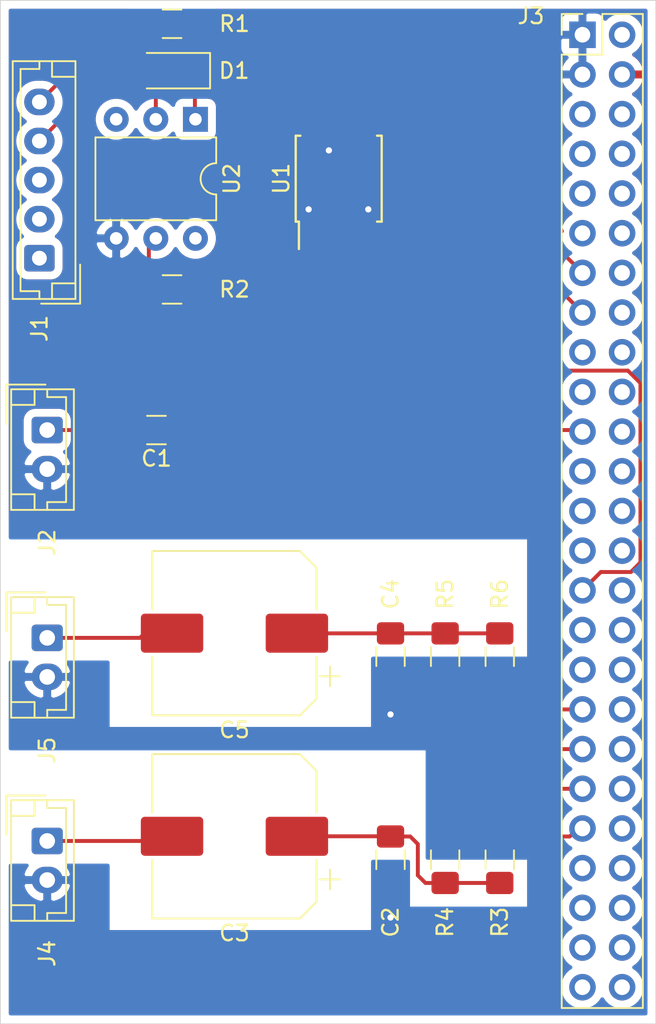
<source format=kicad_pcb>
(kicad_pcb (version 20171130) (host pcbnew "(5.1.5)-3")

  (general
    (thickness 1.6)
    (drawings 5)
    (tracks 83)
    (zones 0)
    (modules 19)
    (nets 62)
  )

  (page A4)
  (layers
    (0 F.Cu signal)
    (31 B.Cu signal)
    (32 B.Adhes user)
    (33 F.Adhes user)
    (34 B.Paste user)
    (35 F.Paste user)
    (36 B.SilkS user)
    (37 F.SilkS user)
    (38 B.Mask user)
    (39 F.Mask user)
    (40 Dwgs.User user)
    (41 Cmts.User user)
    (42 Eco1.User user)
    (43 Eco2.User user)
    (44 Edge.Cuts user)
    (45 Margin user)
    (46 B.CrtYd user)
    (47 F.CrtYd user)
    (48 B.Fab user)
    (49 F.Fab user hide)
  )

  (setup
    (last_trace_width 0.25)
    (trace_clearance 0.2)
    (zone_clearance 0.508)
    (zone_45_only no)
    (trace_min 0.2)
    (via_size 0.8)
    (via_drill 0.4)
    (via_min_size 0.4)
    (via_min_drill 0.3)
    (uvia_size 0.3)
    (uvia_drill 0.1)
    (uvias_allowed no)
    (uvia_min_size 0.2)
    (uvia_min_drill 0.1)
    (edge_width 0.05)
    (segment_width 0.2)
    (pcb_text_width 0.3)
    (pcb_text_size 1.5 1.5)
    (mod_edge_width 0.12)
    (mod_text_size 1 1)
    (mod_text_width 0.15)
    (pad_size 1.524 1.524)
    (pad_drill 0.762)
    (pad_to_mask_clearance 0.051)
    (solder_mask_min_width 0.25)
    (aux_axis_origin 0 0)
    (visible_elements 7FFFFFFF)
    (pcbplotparams
      (layerselection 0x010fc_ffffffff)
      (usegerberextensions false)
      (usegerberattributes false)
      (usegerberadvancedattributes false)
      (creategerberjobfile false)
      (excludeedgelayer true)
      (linewidth 0.100000)
      (plotframeref false)
      (viasonmask false)
      (mode 1)
      (useauxorigin false)
      (hpglpennumber 1)
      (hpglpenspeed 20)
      (hpglpendiameter 15.000000)
      (psnegative false)
      (psa4output false)
      (plotreference true)
      (plotvalue true)
      (plotinvisibletext false)
      (padsonsilk false)
      (subtractmaskfromsilk false)
      (outputformat 1)
      (mirror false)
      (drillshape 1)
      (scaleselection 1)
      (outputdirectory ""))
  )

  (net 0 "")
  (net 1 "Net-(C1-Pad2)")
  (net 2 "Net-(C1-Pad1)")
  (net 3 GND)
  (net 4 "Net-(C2-Pad1)")
  (net 5 "Net-(C3-Pad2)")
  (net 6 "Net-(C4-Pad1)")
  (net 7 "Net-(C5-Pad2)")
  (net 8 "Net-(D1-Pad2)")
  (net 9 "Net-(D1-Pad1)")
  (net 10 "Net-(J1-Pad5)")
  (net 11 "Net-(J1-Pad3)")
  (net 12 "Net-(J1-Pad2)")
  (net 13 "Net-(J1-Pad1)")
  (net 14 "Net-(J3-Pad50)")
  (net 15 "Net-(J3-Pad49)")
  (net 16 "Net-(J3-Pad48)")
  (net 17 "Net-(J3-Pad47)")
  (net 18 "Net-(J3-Pad46)")
  (net 19 "Net-(J3-Pad45)")
  (net 20 "Net-(J3-Pad44)")
  (net 21 "Net-(J3-Pad43)")
  (net 22 "Net-(J3-Pad42)")
  (net 23 "Net-(J3-Pad41)")
  (net 24 "Net-(J3-Pad40)")
  (net 25 "Net-(J3-Pad39)")
  (net 26 "Net-(J3-Pad38)")
  (net 27 "Net-(J3-Pad37)")
  (net 28 "Net-(J3-Pad36)")
  (net 29 "Net-(J3-Pad35)")
  (net 30 "Net-(J3-Pad34)")
  (net 31 "Net-(J3-Pad33)")
  (net 32 "Net-(J3-Pad32)")
  (net 33 "Net-(J3-Pad31)")
  (net 34 "Net-(J3-Pad30)")
  (net 35 "Net-(J3-Pad29)")
  (net 36 "Net-(J3-Pad28)")
  (net 37 "Net-(J3-Pad27)")
  (net 38 "Net-(J3-Pad26)")
  (net 39 "Net-(J3-Pad25)")
  (net 40 "Net-(J3-Pad24)")
  (net 41 "Net-(J3-Pad23)")
  (net 42 "Net-(J3-Pad22)")
  (net 43 "Net-(J3-Pad20)")
  (net 44 "Net-(J3-Pad19)")
  (net 45 "Net-(J3-Pad18)")
  (net 46 "Net-(J3-Pad17)")
  (net 47 "Net-(J3-Pad16)")
  (net 48 "Net-(J3-Pad15)")
  (net 49 "Net-(J3-Pad14)")
  (net 50 "Net-(J3-Pad13)")
  (net 51 "Net-(J3-Pad12)")
  (net 52 +3V3)
  (net 53 "Net-(J3-Pad10)")
  (net 54 "Net-(J3-Pad9)")
  (net 55 "Net-(J3-Pad8)")
  (net 56 "Net-(J3-Pad7)")
  (net 57 "Net-(J3-Pad6)")
  (net 58 "Net-(J3-Pad5)")
  (net 59 "Net-(J3-Pad2)")
  (net 60 "Net-(U2-Pad6)")
  (net 61 "Net-(U2-Pad3)")

  (net_class Default "This is the default net class."
    (clearance 0.2)
    (trace_width 0.25)
    (via_dia 0.8)
    (via_drill 0.4)
    (uvia_dia 0.3)
    (uvia_drill 0.1)
    (add_net +3V3)
    (add_net GND)
    (add_net "Net-(C1-Pad1)")
    (add_net "Net-(C1-Pad2)")
    (add_net "Net-(C2-Pad1)")
    (add_net "Net-(C3-Pad2)")
    (add_net "Net-(C4-Pad1)")
    (add_net "Net-(C5-Pad2)")
    (add_net "Net-(D1-Pad1)")
    (add_net "Net-(D1-Pad2)")
    (add_net "Net-(J1-Pad1)")
    (add_net "Net-(J1-Pad2)")
    (add_net "Net-(J1-Pad3)")
    (add_net "Net-(J1-Pad5)")
    (add_net "Net-(J3-Pad10)")
    (add_net "Net-(J3-Pad12)")
    (add_net "Net-(J3-Pad13)")
    (add_net "Net-(J3-Pad14)")
    (add_net "Net-(J3-Pad15)")
    (add_net "Net-(J3-Pad16)")
    (add_net "Net-(J3-Pad17)")
    (add_net "Net-(J3-Pad18)")
    (add_net "Net-(J3-Pad19)")
    (add_net "Net-(J3-Pad2)")
    (add_net "Net-(J3-Pad20)")
    (add_net "Net-(J3-Pad22)")
    (add_net "Net-(J3-Pad23)")
    (add_net "Net-(J3-Pad24)")
    (add_net "Net-(J3-Pad25)")
    (add_net "Net-(J3-Pad26)")
    (add_net "Net-(J3-Pad27)")
    (add_net "Net-(J3-Pad28)")
    (add_net "Net-(J3-Pad29)")
    (add_net "Net-(J3-Pad30)")
    (add_net "Net-(J3-Pad31)")
    (add_net "Net-(J3-Pad32)")
    (add_net "Net-(J3-Pad33)")
    (add_net "Net-(J3-Pad34)")
    (add_net "Net-(J3-Pad35)")
    (add_net "Net-(J3-Pad36)")
    (add_net "Net-(J3-Pad37)")
    (add_net "Net-(J3-Pad38)")
    (add_net "Net-(J3-Pad39)")
    (add_net "Net-(J3-Pad40)")
    (add_net "Net-(J3-Pad41)")
    (add_net "Net-(J3-Pad42)")
    (add_net "Net-(J3-Pad43)")
    (add_net "Net-(J3-Pad44)")
    (add_net "Net-(J3-Pad45)")
    (add_net "Net-(J3-Pad46)")
    (add_net "Net-(J3-Pad47)")
    (add_net "Net-(J3-Pad48)")
    (add_net "Net-(J3-Pad49)")
    (add_net "Net-(J3-Pad5)")
    (add_net "Net-(J3-Pad50)")
    (add_net "Net-(J3-Pad6)")
    (add_net "Net-(J3-Pad7)")
    (add_net "Net-(J3-Pad8)")
    (add_net "Net-(J3-Pad9)")
    (add_net "Net-(U2-Pad3)")
    (add_net "Net-(U2-Pad6)")
  )

  (module Connector_PinHeader_2.54mm:PinHeader_2x25_P2.54mm_Vertical (layer F.Cu) (tedit 59FED5CC) (tstamp 5E495B1E)
    (at 131.3 62.7)
    (descr "Through hole straight pin header, 2x25, 2.54mm pitch, double rows")
    (tags "Through hole pin header THT 2x25 2.54mm double row")
    (path /5E48D878)
    (fp_text reference J3 (at -3.3 -1.2) (layer F.SilkS)
      (effects (font (size 1 1) (thickness 0.15)))
    )
    (fp_text value Conn_02x25_Odd_Even (at 1.27 63.29) (layer F.Fab)
      (effects (font (size 1 1) (thickness 0.15)))
    )
    (fp_text user %R (at 1.27 30.48 90) (layer F.Fab)
      (effects (font (size 1 1) (thickness 0.15)))
    )
    (fp_line (start 4.35 -1.8) (end -1.8 -1.8) (layer F.CrtYd) (width 0.05))
    (fp_line (start 4.35 62.75) (end 4.35 -1.8) (layer F.CrtYd) (width 0.05))
    (fp_line (start -1.8 62.75) (end 4.35 62.75) (layer F.CrtYd) (width 0.05))
    (fp_line (start -1.8 -1.8) (end -1.8 62.75) (layer F.CrtYd) (width 0.05))
    (fp_line (start -1.33 -1.33) (end 0 -1.33) (layer F.SilkS) (width 0.12))
    (fp_line (start -1.33 0) (end -1.33 -1.33) (layer F.SilkS) (width 0.12))
    (fp_line (start 1.27 -1.33) (end 3.87 -1.33) (layer F.SilkS) (width 0.12))
    (fp_line (start 1.27 1.27) (end 1.27 -1.33) (layer F.SilkS) (width 0.12))
    (fp_line (start -1.33 1.27) (end 1.27 1.27) (layer F.SilkS) (width 0.12))
    (fp_line (start 3.87 -1.33) (end 3.87 62.29) (layer F.SilkS) (width 0.12))
    (fp_line (start -1.33 1.27) (end -1.33 62.29) (layer F.SilkS) (width 0.12))
    (fp_line (start -1.33 62.29) (end 3.87 62.29) (layer F.SilkS) (width 0.12))
    (fp_line (start -1.27 0) (end 0 -1.27) (layer F.Fab) (width 0.1))
    (fp_line (start -1.27 62.23) (end -1.27 0) (layer F.Fab) (width 0.1))
    (fp_line (start 3.81 62.23) (end -1.27 62.23) (layer F.Fab) (width 0.1))
    (fp_line (start 3.81 -1.27) (end 3.81 62.23) (layer F.Fab) (width 0.1))
    (fp_line (start 0 -1.27) (end 3.81 -1.27) (layer F.Fab) (width 0.1))
    (pad 50 thru_hole oval (at 2.54 60.96) (size 1.7 1.7) (drill 1) (layers *.Cu *.Mask)
      (net 14 "Net-(J3-Pad50)"))
    (pad 49 thru_hole oval (at 0 60.96) (size 1.7 1.7) (drill 1) (layers *.Cu *.Mask)
      (net 15 "Net-(J3-Pad49)"))
    (pad 48 thru_hole oval (at 2.54 58.42) (size 1.7 1.7) (drill 1) (layers *.Cu *.Mask)
      (net 16 "Net-(J3-Pad48)"))
    (pad 47 thru_hole oval (at 0 58.42) (size 1.7 1.7) (drill 1) (layers *.Cu *.Mask)
      (net 17 "Net-(J3-Pad47)"))
    (pad 46 thru_hole oval (at 2.54 55.88) (size 1.7 1.7) (drill 1) (layers *.Cu *.Mask)
      (net 18 "Net-(J3-Pad46)"))
    (pad 45 thru_hole oval (at 0 55.88) (size 1.7 1.7) (drill 1) (layers *.Cu *.Mask)
      (net 19 "Net-(J3-Pad45)"))
    (pad 44 thru_hole oval (at 2.54 53.34) (size 1.7 1.7) (drill 1) (layers *.Cu *.Mask)
      (net 20 "Net-(J3-Pad44)"))
    (pad 43 thru_hole oval (at 0 53.34) (size 1.7 1.7) (drill 1) (layers *.Cu *.Mask)
      (net 21 "Net-(J3-Pad43)"))
    (pad 42 thru_hole oval (at 2.54 50.8) (size 1.7 1.7) (drill 1) (layers *.Cu *.Mask)
      (net 22 "Net-(J3-Pad42)"))
    (pad 41 thru_hole oval (at 0 50.8) (size 1.7 1.7) (drill 1) (layers *.Cu *.Mask)
      (net 23 "Net-(J3-Pad41)"))
    (pad 40 thru_hole oval (at 2.54 48.26) (size 1.7 1.7) (drill 1) (layers *.Cu *.Mask)
      (net 24 "Net-(J3-Pad40)"))
    (pad 39 thru_hole oval (at 0 48.26) (size 1.7 1.7) (drill 1) (layers *.Cu *.Mask)
      (net 25 "Net-(J3-Pad39)"))
    (pad 38 thru_hole oval (at 2.54 45.72) (size 1.7 1.7) (drill 1) (layers *.Cu *.Mask)
      (net 26 "Net-(J3-Pad38)"))
    (pad 37 thru_hole oval (at 0 45.72) (size 1.7 1.7) (drill 1) (layers *.Cu *.Mask)
      (net 27 "Net-(J3-Pad37)"))
    (pad 36 thru_hole oval (at 2.54 43.18) (size 1.7 1.7) (drill 1) (layers *.Cu *.Mask)
      (net 28 "Net-(J3-Pad36)"))
    (pad 35 thru_hole oval (at 0 43.18) (size 1.7 1.7) (drill 1) (layers *.Cu *.Mask)
      (net 29 "Net-(J3-Pad35)"))
    (pad 34 thru_hole oval (at 2.54 40.64) (size 1.7 1.7) (drill 1) (layers *.Cu *.Mask)
      (net 30 "Net-(J3-Pad34)"))
    (pad 33 thru_hole oval (at 0 40.64) (size 1.7 1.7) (drill 1) (layers *.Cu *.Mask)
      (net 31 "Net-(J3-Pad33)"))
    (pad 32 thru_hole oval (at 2.54 38.1) (size 1.7 1.7) (drill 1) (layers *.Cu *.Mask)
      (net 32 "Net-(J3-Pad32)"))
    (pad 31 thru_hole oval (at 0 38.1) (size 1.7 1.7) (drill 1) (layers *.Cu *.Mask)
      (net 33 "Net-(J3-Pad31)"))
    (pad 30 thru_hole oval (at 2.54 35.56) (size 1.7 1.7) (drill 1) (layers *.Cu *.Mask)
      (net 34 "Net-(J3-Pad30)"))
    (pad 29 thru_hole oval (at 0 35.56) (size 1.7 1.7) (drill 1) (layers *.Cu *.Mask)
      (net 35 "Net-(J3-Pad29)"))
    (pad 28 thru_hole oval (at 2.54 33.02) (size 1.7 1.7) (drill 1) (layers *.Cu *.Mask)
      (net 36 "Net-(J3-Pad28)"))
    (pad 27 thru_hole oval (at 0 33.02) (size 1.7 1.7) (drill 1) (layers *.Cu *.Mask)
      (net 37 "Net-(J3-Pad27)"))
    (pad 26 thru_hole oval (at 2.54 30.48) (size 1.7 1.7) (drill 1) (layers *.Cu *.Mask)
      (net 38 "Net-(J3-Pad26)"))
    (pad 25 thru_hole oval (at 0 30.48) (size 1.7 1.7) (drill 1) (layers *.Cu *.Mask)
      (net 39 "Net-(J3-Pad25)"))
    (pad 24 thru_hole oval (at 2.54 27.94) (size 1.7 1.7) (drill 1) (layers *.Cu *.Mask)
      (net 40 "Net-(J3-Pad24)"))
    (pad 23 thru_hole oval (at 0 27.94) (size 1.7 1.7) (drill 1) (layers *.Cu *.Mask)
      (net 41 "Net-(J3-Pad23)"))
    (pad 22 thru_hole oval (at 2.54 25.4) (size 1.7 1.7) (drill 1) (layers *.Cu *.Mask)
      (net 42 "Net-(J3-Pad22)"))
    (pad 21 thru_hole oval (at 0 25.4) (size 1.7 1.7) (drill 1) (layers *.Cu *.Mask)
      (net 2 "Net-(C1-Pad1)"))
    (pad 20 thru_hole oval (at 2.54 22.86) (size 1.7 1.7) (drill 1) (layers *.Cu *.Mask)
      (net 43 "Net-(J3-Pad20)"))
    (pad 19 thru_hole oval (at 0 22.86) (size 1.7 1.7) (drill 1) (layers *.Cu *.Mask)
      (net 44 "Net-(J3-Pad19)"))
    (pad 18 thru_hole oval (at 2.54 20.32) (size 1.7 1.7) (drill 1) (layers *.Cu *.Mask)
      (net 45 "Net-(J3-Pad18)"))
    (pad 17 thru_hole oval (at 0 20.32) (size 1.7 1.7) (drill 1) (layers *.Cu *.Mask)
      (net 46 "Net-(J3-Pad17)"))
    (pad 16 thru_hole oval (at 2.54 17.78) (size 1.7 1.7) (drill 1) (layers *.Cu *.Mask)
      (net 47 "Net-(J3-Pad16)"))
    (pad 15 thru_hole oval (at 0 17.78) (size 1.7 1.7) (drill 1) (layers *.Cu *.Mask)
      (net 48 "Net-(J3-Pad15)"))
    (pad 14 thru_hole oval (at 2.54 15.24) (size 1.7 1.7) (drill 1) (layers *.Cu *.Mask)
      (net 49 "Net-(J3-Pad14)"))
    (pad 13 thru_hole oval (at 0 15.24) (size 1.7 1.7) (drill 1) (layers *.Cu *.Mask)
      (net 50 "Net-(J3-Pad13)"))
    (pad 12 thru_hole oval (at 2.54 12.7) (size 1.7 1.7) (drill 1) (layers *.Cu *.Mask)
      (net 51 "Net-(J3-Pad12)"))
    (pad 11 thru_hole oval (at 0 12.7) (size 1.7 1.7) (drill 1) (layers *.Cu *.Mask)
      (net 52 +3V3))
    (pad 10 thru_hole oval (at 2.54 10.16) (size 1.7 1.7) (drill 1) (layers *.Cu *.Mask)
      (net 53 "Net-(J3-Pad10)"))
    (pad 9 thru_hole oval (at 0 10.16) (size 1.7 1.7) (drill 1) (layers *.Cu *.Mask)
      (net 54 "Net-(J3-Pad9)"))
    (pad 8 thru_hole oval (at 2.54 7.62) (size 1.7 1.7) (drill 1) (layers *.Cu *.Mask)
      (net 55 "Net-(J3-Pad8)"))
    (pad 7 thru_hole oval (at 0 7.62) (size 1.7 1.7) (drill 1) (layers *.Cu *.Mask)
      (net 56 "Net-(J3-Pad7)"))
    (pad 6 thru_hole oval (at 2.54 5.08) (size 1.7 1.7) (drill 1) (layers *.Cu *.Mask)
      (net 57 "Net-(J3-Pad6)"))
    (pad 5 thru_hole oval (at 0 5.08) (size 1.7 1.7) (drill 1) (layers *.Cu *.Mask)
      (net 58 "Net-(J3-Pad5)"))
    (pad 4 thru_hole oval (at 2.54 2.54) (size 1.7 1.7) (drill 1) (layers *.Cu *.Mask)
      (net 52 +3V3))
    (pad 3 thru_hole oval (at 0 2.54) (size 1.7 1.7) (drill 1) (layers *.Cu *.Mask)
      (net 3 GND))
    (pad 2 thru_hole oval (at 2.54 0) (size 1.7 1.7) (drill 1) (layers *.Cu *.Mask)
      (net 59 "Net-(J3-Pad2)"))
    (pad 1 thru_hole rect (at 0 0) (size 1.7 1.7) (drill 1) (layers *.Cu *.Mask)
      (net 3 GND))
    (model ${KISYS3DMOD}/Connector_PinHeader_2.54mm.3dshapes/PinHeader_2x25_P2.54mm_Vertical.wrl
      (at (xyz 0 0 0))
      (scale (xyz 1 1 1))
      (rotate (xyz 0 0 0))
    )
  )

  (module Package_DIP:DIP-6_W7.62mm (layer F.Cu) (tedit 5A02E8C5) (tstamp 5E498B5D)
    (at 106.5 68.11 270)
    (descr "6-lead though-hole mounted DIP package, row spacing 7.62 mm (300 mils)")
    (tags "THT DIP DIL PDIP 2.54mm 7.62mm 300mil")
    (path /5E4A0630)
    (fp_text reference U2 (at 3.81 -2.33 90) (layer F.SilkS)
      (effects (font (size 1 1) (thickness 0.15)))
    )
    (fp_text value 4N36 (at 3.81 7.41 90) (layer F.Fab)
      (effects (font (size 1 1) (thickness 0.15)))
    )
    (fp_text user %R (at 3.81 2.54 90) (layer F.Fab)
      (effects (font (size 1 1) (thickness 0.15)))
    )
    (fp_line (start 8.7 -1.55) (end -1.1 -1.55) (layer F.CrtYd) (width 0.05))
    (fp_line (start 8.7 6.6) (end 8.7 -1.55) (layer F.CrtYd) (width 0.05))
    (fp_line (start -1.1 6.6) (end 8.7 6.6) (layer F.CrtYd) (width 0.05))
    (fp_line (start -1.1 -1.55) (end -1.1 6.6) (layer F.CrtYd) (width 0.05))
    (fp_line (start 6.46 -1.33) (end 4.81 -1.33) (layer F.SilkS) (width 0.12))
    (fp_line (start 6.46 6.41) (end 6.46 -1.33) (layer F.SilkS) (width 0.12))
    (fp_line (start 1.16 6.41) (end 6.46 6.41) (layer F.SilkS) (width 0.12))
    (fp_line (start 1.16 -1.33) (end 1.16 6.41) (layer F.SilkS) (width 0.12))
    (fp_line (start 2.81 -1.33) (end 1.16 -1.33) (layer F.SilkS) (width 0.12))
    (fp_line (start 0.635 -0.27) (end 1.635 -1.27) (layer F.Fab) (width 0.1))
    (fp_line (start 0.635 6.35) (end 0.635 -0.27) (layer F.Fab) (width 0.1))
    (fp_line (start 6.985 6.35) (end 0.635 6.35) (layer F.Fab) (width 0.1))
    (fp_line (start 6.985 -1.27) (end 6.985 6.35) (layer F.Fab) (width 0.1))
    (fp_line (start 1.635 -1.27) (end 6.985 -1.27) (layer F.Fab) (width 0.1))
    (fp_arc (start 3.81 -1.33) (end 2.81 -1.33) (angle -180) (layer F.SilkS) (width 0.12))
    (pad 6 thru_hole oval (at 7.62 0 270) (size 1.6 1.6) (drill 0.8) (layers *.Cu *.Mask)
      (net 60 "Net-(U2-Pad6)"))
    (pad 3 thru_hole oval (at 0 5.08 270) (size 1.6 1.6) (drill 0.8) (layers *.Cu *.Mask)
      (net 61 "Net-(U2-Pad3)"))
    (pad 5 thru_hole oval (at 7.62 2.54 270) (size 1.6 1.6) (drill 0.8) (layers *.Cu *.Mask)
      (net 35 "Net-(J3-Pad29)"))
    (pad 2 thru_hole oval (at 0 2.54 270) (size 1.6 1.6) (drill 0.8) (layers *.Cu *.Mask)
      (net 8 "Net-(D1-Pad2)"))
    (pad 4 thru_hole oval (at 7.62 5.08 270) (size 1.6 1.6) (drill 0.8) (layers *.Cu *.Mask)
      (net 3 GND))
    (pad 1 thru_hole rect (at 0 0 270) (size 1.6 1.6) (drill 0.8) (layers *.Cu *.Mask)
      (net 9 "Net-(D1-Pad1)"))
    (model ${KISYS3DMOD}/Package_DIP.3dshapes/DIP-6_W7.62mm.wrl
      (at (xyz 0 0 0))
      (scale (xyz 1 1 1))
      (rotate (xyz 0 0 0))
    )
  )

  (module Package_SO:SOIJ-8_5.3x5.3mm_P1.27mm (layer F.Cu) (tedit 5A02F2D3) (tstamp 5E4954F2)
    (at 115.68 71.91 90)
    (descr "8-Lead Plastic Small Outline (SM) - Medium, 5.28 mm Body [SOIC] (see Microchip Packaging Specification 00000049BS.pdf)")
    (tags "SOIC 1.27")
    (path /5E494368)
    (attr smd)
    (fp_text reference U1 (at 0 -3.68 90) (layer F.SilkS)
      (effects (font (size 1 1) (thickness 0.15)))
    )
    (fp_text value 24LC1025 (at 0 3.68 90) (layer F.Fab)
      (effects (font (size 1 1) (thickness 0.15)))
    )
    (fp_line (start -2.75 -2.55) (end -4.5 -2.55) (layer F.SilkS) (width 0.15))
    (fp_line (start -2.75 2.755) (end 2.75 2.755) (layer F.SilkS) (width 0.15))
    (fp_line (start -2.75 -2.755) (end 2.75 -2.755) (layer F.SilkS) (width 0.15))
    (fp_line (start -2.75 2.755) (end -2.75 2.455) (layer F.SilkS) (width 0.15))
    (fp_line (start 2.75 2.755) (end 2.75 2.455) (layer F.SilkS) (width 0.15))
    (fp_line (start 2.75 -2.755) (end 2.75 -2.455) (layer F.SilkS) (width 0.15))
    (fp_line (start -2.75 -2.755) (end -2.75 -2.55) (layer F.SilkS) (width 0.15))
    (fp_line (start -4.75 2.95) (end 4.75 2.95) (layer F.CrtYd) (width 0.05))
    (fp_line (start -4.75 -2.95) (end 4.75 -2.95) (layer F.CrtYd) (width 0.05))
    (fp_line (start 4.75 -2.95) (end 4.75 2.95) (layer F.CrtYd) (width 0.05))
    (fp_line (start -4.75 -2.95) (end -4.75 2.95) (layer F.CrtYd) (width 0.05))
    (fp_line (start -2.65 -1.65) (end -1.65 -2.65) (layer F.Fab) (width 0.15))
    (fp_line (start -2.65 2.65) (end -2.65 -1.65) (layer F.Fab) (width 0.15))
    (fp_line (start 2.65 2.65) (end -2.65 2.65) (layer F.Fab) (width 0.15))
    (fp_line (start 2.65 -2.65) (end 2.65 2.65) (layer F.Fab) (width 0.15))
    (fp_line (start -1.65 -2.65) (end 2.65 -2.65) (layer F.Fab) (width 0.15))
    (fp_text user %R (at 0 0 90) (layer F.Fab)
      (effects (font (size 1 1) (thickness 0.15)))
    )
    (pad 8 smd rect (at 3.65 -1.905 90) (size 1.7 0.65) (layers F.Cu F.Paste F.Mask)
      (net 52 +3V3))
    (pad 7 smd rect (at 3.65 -0.635 90) (size 1.7 0.65) (layers F.Cu F.Paste F.Mask)
      (net 3 GND))
    (pad 6 smd rect (at 3.65 0.635 90) (size 1.7 0.65) (layers F.Cu F.Paste F.Mask)
      (net 48 "Net-(J3-Pad15)"))
    (pad 5 smd rect (at 3.65 1.905 90) (size 1.7 0.65) (layers F.Cu F.Paste F.Mask)
      (net 50 "Net-(J3-Pad13)"))
    (pad 4 smd rect (at -3.65 1.905 90) (size 1.7 0.65) (layers F.Cu F.Paste F.Mask)
      (net 3 GND))
    (pad 3 smd rect (at -3.65 0.635 90) (size 1.7 0.65) (layers F.Cu F.Paste F.Mask)
      (net 52 +3V3))
    (pad 2 smd rect (at -3.65 -0.635 90) (size 1.7 0.65) (layers F.Cu F.Paste F.Mask)
      (net 3 GND))
    (pad 1 smd rect (at -3.65 -1.905 90) (size 1.7 0.65) (layers F.Cu F.Paste F.Mask)
      (net 3 GND))
    (model ${KISYS3DMOD}/Package_SO.3dshapes/SOIJ-8_5.3x5.3mm_P1.27mm.wrl
      (at (xyz 0 0 0))
      (scale (xyz 1 1 1))
      (rotate (xyz 0 0 0))
    )
  )

  (module Resistor_SMD:R_1206_3216Metric_Pad1.42x1.75mm_HandSolder (layer F.Cu) (tedit 5B301BBD) (tstamp 5E4954D5)
    (at 126 102.5 90)
    (descr "Resistor SMD 1206 (3216 Metric), square (rectangular) end terminal, IPC_7351 nominal with elongated pad for handsoldering. (Body size source: http://www.tortai-tech.com/upload/download/2011102023233369053.pdf), generated with kicad-footprint-generator")
    (tags "resistor handsolder")
    (path /5E52BA7F)
    (attr smd)
    (fp_text reference R6 (at 4 0 90) (layer F.SilkS)
      (effects (font (size 1 1) (thickness 0.15)))
    )
    (fp_text value 4K7 (at 0 1.82 90) (layer F.Fab)
      (effects (font (size 1 1) (thickness 0.15)))
    )
    (fp_text user %R (at 0 0 90) (layer F.Fab)
      (effects (font (size 0.8 0.8) (thickness 0.12)))
    )
    (fp_line (start 2.45 1.12) (end -2.45 1.12) (layer F.CrtYd) (width 0.05))
    (fp_line (start 2.45 -1.12) (end 2.45 1.12) (layer F.CrtYd) (width 0.05))
    (fp_line (start -2.45 -1.12) (end 2.45 -1.12) (layer F.CrtYd) (width 0.05))
    (fp_line (start -2.45 1.12) (end -2.45 -1.12) (layer F.CrtYd) (width 0.05))
    (fp_line (start -0.602064 0.91) (end 0.602064 0.91) (layer F.SilkS) (width 0.12))
    (fp_line (start -0.602064 -0.91) (end 0.602064 -0.91) (layer F.SilkS) (width 0.12))
    (fp_line (start 1.6 0.8) (end -1.6 0.8) (layer F.Fab) (width 0.1))
    (fp_line (start 1.6 -0.8) (end 1.6 0.8) (layer F.Fab) (width 0.1))
    (fp_line (start -1.6 -0.8) (end 1.6 -0.8) (layer F.Fab) (width 0.1))
    (fp_line (start -1.6 0.8) (end -1.6 -0.8) (layer F.Fab) (width 0.1))
    (pad 2 smd roundrect (at 1.4875 0 90) (size 1.425 1.75) (layers F.Cu F.Paste F.Mask) (roundrect_rratio 0.175439)
      (net 6 "Net-(C4-Pad1)"))
    (pad 1 smd roundrect (at -1.4875 0 90) (size 1.425 1.75) (layers F.Cu F.Paste F.Mask) (roundrect_rratio 0.175439)
      (net 29 "Net-(J3-Pad35)"))
    (model ${KISYS3DMOD}/Resistor_SMD.3dshapes/R_1206_3216Metric.wrl
      (at (xyz 0 0 0))
      (scale (xyz 1 1 1))
      (rotate (xyz 0 0 0))
    )
  )

  (module Resistor_SMD:R_1206_3216Metric_Pad1.42x1.75mm_HandSolder (layer F.Cu) (tedit 5B301BBD) (tstamp 5E4954C4)
    (at 122.5 102.5 90)
    (descr "Resistor SMD 1206 (3216 Metric), square (rectangular) end terminal, IPC_7351 nominal with elongated pad for handsoldering. (Body size source: http://www.tortai-tech.com/upload/download/2011102023233369053.pdf), generated with kicad-footprint-generator")
    (tags "resistor handsolder")
    (path /5E52BA75)
    (attr smd)
    (fp_text reference R5 (at 4 0 90) (layer F.SilkS)
      (effects (font (size 1 1) (thickness 0.15)))
    )
    (fp_text value 1.2M (at 0 1.82 90) (layer F.Fab)
      (effects (font (size 1 1) (thickness 0.15)))
    )
    (fp_text user %R (at 0 0 90) (layer F.Fab)
      (effects (font (size 0.8 0.8) (thickness 0.12)))
    )
    (fp_line (start 2.45 1.12) (end -2.45 1.12) (layer F.CrtYd) (width 0.05))
    (fp_line (start 2.45 -1.12) (end 2.45 1.12) (layer F.CrtYd) (width 0.05))
    (fp_line (start -2.45 -1.12) (end 2.45 -1.12) (layer F.CrtYd) (width 0.05))
    (fp_line (start -2.45 1.12) (end -2.45 -1.12) (layer F.CrtYd) (width 0.05))
    (fp_line (start -0.602064 0.91) (end 0.602064 0.91) (layer F.SilkS) (width 0.12))
    (fp_line (start -0.602064 -0.91) (end 0.602064 -0.91) (layer F.SilkS) (width 0.12))
    (fp_line (start 1.6 0.8) (end -1.6 0.8) (layer F.Fab) (width 0.1))
    (fp_line (start 1.6 -0.8) (end 1.6 0.8) (layer F.Fab) (width 0.1))
    (fp_line (start -1.6 -0.8) (end 1.6 -0.8) (layer F.Fab) (width 0.1))
    (fp_line (start -1.6 0.8) (end -1.6 -0.8) (layer F.Fab) (width 0.1))
    (pad 2 smd roundrect (at 1.4875 0 90) (size 1.425 1.75) (layers F.Cu F.Paste F.Mask) (roundrect_rratio 0.175439)
      (net 6 "Net-(C4-Pad1)"))
    (pad 1 smd roundrect (at -1.4875 0 90) (size 1.425 1.75) (layers F.Cu F.Paste F.Mask) (roundrect_rratio 0.175439)
      (net 27 "Net-(J3-Pad37)"))
    (model ${KISYS3DMOD}/Resistor_SMD.3dshapes/R_1206_3216Metric.wrl
      (at (xyz 0 0 0))
      (scale (xyz 1 1 1))
      (rotate (xyz 0 0 0))
    )
  )

  (module Resistor_SMD:R_1206_3216Metric_Pad1.42x1.75mm_HandSolder (layer F.Cu) (tedit 5B301BBD) (tstamp 5E4993DF)
    (at 122.5 115.5 270)
    (descr "Resistor SMD 1206 (3216 Metric), square (rectangular) end terminal, IPC_7351 nominal with elongated pad for handsoldering. (Body size source: http://www.tortai-tech.com/upload/download/2011102023233369053.pdf), generated with kicad-footprint-generator")
    (tags "resistor handsolder")
    (path /5E527975)
    (attr smd)
    (fp_text reference R4 (at 4 0 90) (layer F.SilkS)
      (effects (font (size 1 1) (thickness 0.15)))
    )
    (fp_text value 4K7 (at 0 1.82 90) (layer F.Fab)
      (effects (font (size 1 1) (thickness 0.15)))
    )
    (fp_text user %R (at 0 0 90) (layer F.Fab)
      (effects (font (size 0.8 0.8) (thickness 0.12)))
    )
    (fp_line (start 2.45 1.12) (end -2.45 1.12) (layer F.CrtYd) (width 0.05))
    (fp_line (start 2.45 -1.12) (end 2.45 1.12) (layer F.CrtYd) (width 0.05))
    (fp_line (start -2.45 -1.12) (end 2.45 -1.12) (layer F.CrtYd) (width 0.05))
    (fp_line (start -2.45 1.12) (end -2.45 -1.12) (layer F.CrtYd) (width 0.05))
    (fp_line (start -0.602064 0.91) (end 0.602064 0.91) (layer F.SilkS) (width 0.12))
    (fp_line (start -0.602064 -0.91) (end 0.602064 -0.91) (layer F.SilkS) (width 0.12))
    (fp_line (start 1.6 0.8) (end -1.6 0.8) (layer F.Fab) (width 0.1))
    (fp_line (start 1.6 -0.8) (end 1.6 0.8) (layer F.Fab) (width 0.1))
    (fp_line (start -1.6 -0.8) (end 1.6 -0.8) (layer F.Fab) (width 0.1))
    (fp_line (start -1.6 0.8) (end -1.6 -0.8) (layer F.Fab) (width 0.1))
    (pad 2 smd roundrect (at 1.4875 0 270) (size 1.425 1.75) (layers F.Cu F.Paste F.Mask) (roundrect_rratio 0.175439)
      (net 4 "Net-(C2-Pad1)"))
    (pad 1 smd roundrect (at -1.4875 0 270) (size 1.425 1.75) (layers F.Cu F.Paste F.Mask) (roundrect_rratio 0.175439)
      (net 25 "Net-(J3-Pad39)"))
    (model ${KISYS3DMOD}/Resistor_SMD.3dshapes/R_1206_3216Metric.wrl
      (at (xyz 0 0 0))
      (scale (xyz 1 1 1))
      (rotate (xyz 0 0 0))
    )
  )

  (module Resistor_SMD:R_1206_3216Metric_Pad1.42x1.75mm_HandSolder (layer F.Cu) (tedit 5B301BBD) (tstamp 5E4954A2)
    (at 126 115.5 270)
    (descr "Resistor SMD 1206 (3216 Metric), square (rectangular) end terminal, IPC_7351 nominal with elongated pad for handsoldering. (Body size source: http://www.tortai-tech.com/upload/download/2011102023233369053.pdf), generated with kicad-footprint-generator")
    (tags "resistor handsolder")
    (path /5E526807)
    (attr smd)
    (fp_text reference R3 (at 4 0 90) (layer F.SilkS)
      (effects (font (size 1 1) (thickness 0.15)))
    )
    (fp_text value 1.2M (at 0 1.82 90) (layer F.Fab)
      (effects (font (size 1 1) (thickness 0.15)))
    )
    (fp_text user %R (at 0 0 90) (layer F.Fab)
      (effects (font (size 0.8 0.8) (thickness 0.12)))
    )
    (fp_line (start 2.45 1.12) (end -2.45 1.12) (layer F.CrtYd) (width 0.05))
    (fp_line (start 2.45 -1.12) (end 2.45 1.12) (layer F.CrtYd) (width 0.05))
    (fp_line (start -2.45 -1.12) (end 2.45 -1.12) (layer F.CrtYd) (width 0.05))
    (fp_line (start -2.45 1.12) (end -2.45 -1.12) (layer F.CrtYd) (width 0.05))
    (fp_line (start -0.602064 0.91) (end 0.602064 0.91) (layer F.SilkS) (width 0.12))
    (fp_line (start -0.602064 -0.91) (end 0.602064 -0.91) (layer F.SilkS) (width 0.12))
    (fp_line (start 1.6 0.8) (end -1.6 0.8) (layer F.Fab) (width 0.1))
    (fp_line (start 1.6 -0.8) (end 1.6 0.8) (layer F.Fab) (width 0.1))
    (fp_line (start -1.6 -0.8) (end 1.6 -0.8) (layer F.Fab) (width 0.1))
    (fp_line (start -1.6 0.8) (end -1.6 -0.8) (layer F.Fab) (width 0.1))
    (pad 2 smd roundrect (at 1.4875 0 270) (size 1.425 1.75) (layers F.Cu F.Paste F.Mask) (roundrect_rratio 0.175439)
      (net 4 "Net-(C2-Pad1)"))
    (pad 1 smd roundrect (at -1.4875 0 270) (size 1.425 1.75) (layers F.Cu F.Paste F.Mask) (roundrect_rratio 0.175439)
      (net 23 "Net-(J3-Pad41)"))
    (model ${KISYS3DMOD}/Resistor_SMD.3dshapes/R_1206_3216Metric.wrl
      (at (xyz 0 0 0))
      (scale (xyz 1 1 1))
      (rotate (xyz 0 0 0))
    )
  )

  (module Resistor_SMD:R_1206_3216Metric_Pad1.42x1.75mm_HandSolder (layer F.Cu) (tedit 5B301BBD) (tstamp 5E498BCF)
    (at 105 79)
    (descr "Resistor SMD 1206 (3216 Metric), square (rectangular) end terminal, IPC_7351 nominal with elongated pad for handsoldering. (Body size source: http://www.tortai-tech.com/upload/download/2011102023233369053.pdf), generated with kicad-footprint-generator")
    (tags "resistor handsolder")
    (path /5E4A6D2E)
    (attr smd)
    (fp_text reference R2 (at 4 0) (layer F.SilkS)
      (effects (font (size 1 1) (thickness 0.15)))
    )
    (fp_text value 470 (at 0 1.82) (layer F.Fab)
      (effects (font (size 1 1) (thickness 0.15)))
    )
    (fp_text user %R (at 0 0) (layer F.Fab)
      (effects (font (size 0.8 0.8) (thickness 0.12)))
    )
    (fp_line (start 2.45 1.12) (end -2.45 1.12) (layer F.CrtYd) (width 0.05))
    (fp_line (start 2.45 -1.12) (end 2.45 1.12) (layer F.CrtYd) (width 0.05))
    (fp_line (start -2.45 -1.12) (end 2.45 -1.12) (layer F.CrtYd) (width 0.05))
    (fp_line (start -2.45 1.12) (end -2.45 -1.12) (layer F.CrtYd) (width 0.05))
    (fp_line (start -0.602064 0.91) (end 0.602064 0.91) (layer F.SilkS) (width 0.12))
    (fp_line (start -0.602064 -0.91) (end 0.602064 -0.91) (layer F.SilkS) (width 0.12))
    (fp_line (start 1.6 0.8) (end -1.6 0.8) (layer F.Fab) (width 0.1))
    (fp_line (start 1.6 -0.8) (end 1.6 0.8) (layer F.Fab) (width 0.1))
    (fp_line (start -1.6 -0.8) (end 1.6 -0.8) (layer F.Fab) (width 0.1))
    (fp_line (start -1.6 0.8) (end -1.6 -0.8) (layer F.Fab) (width 0.1))
    (pad 2 smd roundrect (at 1.4875 0) (size 1.425 1.75) (layers F.Cu F.Paste F.Mask) (roundrect_rratio 0.175439)
      (net 52 +3V3))
    (pad 1 smd roundrect (at -1.4875 0) (size 1.425 1.75) (layers F.Cu F.Paste F.Mask) (roundrect_rratio 0.175439)
      (net 35 "Net-(J3-Pad29)"))
    (model ${KISYS3DMOD}/Resistor_SMD.3dshapes/R_1206_3216Metric.wrl
      (at (xyz 0 0 0))
      (scale (xyz 1 1 1))
      (rotate (xyz 0 0 0))
    )
  )

  (module Resistor_SMD:R_1206_3216Metric_Pad1.42x1.75mm_HandSolder (layer F.Cu) (tedit 5B301BBD) (tstamp 5E498B9F)
    (at 105 62 180)
    (descr "Resistor SMD 1206 (3216 Metric), square (rectangular) end terminal, IPC_7351 nominal with elongated pad for handsoldering. (Body size source: http://www.tortai-tech.com/upload/download/2011102023233369053.pdf), generated with kicad-footprint-generator")
    (tags "resistor handsolder")
    (path /5E4A6607)
    (attr smd)
    (fp_text reference R1 (at -4 0) (layer F.SilkS)
      (effects (font (size 1 1) (thickness 0.15)))
    )
    (fp_text value R_Small_US (at 0 1.82) (layer F.Fab) hide
      (effects (font (size 1 1) (thickness 0.15)))
    )
    (fp_text user %R (at 0 0) (layer F.Fab)
      (effects (font (size 0.8 0.8) (thickness 0.12)))
    )
    (fp_line (start 2.45 1.12) (end -2.45 1.12) (layer F.CrtYd) (width 0.05))
    (fp_line (start 2.45 -1.12) (end 2.45 1.12) (layer F.CrtYd) (width 0.05))
    (fp_line (start -2.45 -1.12) (end 2.45 -1.12) (layer F.CrtYd) (width 0.05))
    (fp_line (start -2.45 1.12) (end -2.45 -1.12) (layer F.CrtYd) (width 0.05))
    (fp_line (start -0.602064 0.91) (end 0.602064 0.91) (layer F.SilkS) (width 0.12))
    (fp_line (start -0.602064 -0.91) (end 0.602064 -0.91) (layer F.SilkS) (width 0.12))
    (fp_line (start 1.6 0.8) (end -1.6 0.8) (layer F.Fab) (width 0.1))
    (fp_line (start 1.6 -0.8) (end 1.6 0.8) (layer F.Fab) (width 0.1))
    (fp_line (start -1.6 -0.8) (end 1.6 -0.8) (layer F.Fab) (width 0.1))
    (fp_line (start -1.6 0.8) (end -1.6 -0.8) (layer F.Fab) (width 0.1))
    (pad 2 smd roundrect (at 1.4875 0 180) (size 1.425 1.75) (layers F.Cu F.Paste F.Mask) (roundrect_rratio 0.175439)
      (net 10 "Net-(J1-Pad5)"))
    (pad 1 smd roundrect (at -1.4875 0 180) (size 1.425 1.75) (layers F.Cu F.Paste F.Mask) (roundrect_rratio 0.175439)
      (net 9 "Net-(D1-Pad1)"))
    (model ${KISYS3DMOD}/Resistor_SMD.3dshapes/R_1206_3216Metric.wrl
      (at (xyz 0 0 0))
      (scale (xyz 1 1 1))
      (rotate (xyz 0 0 0))
    )
  )

  (module Connector_JST:JST_EH_B2B-EH-A_1x02_P2.50mm_Vertical (layer F.Cu) (tedit 5C28142C) (tstamp 5E497DDB)
    (at 97 101.3 270)
    (descr "JST EH series connector, B2B-EH-A (http://www.jst-mfg.com/product/pdf/eng/eEH.pdf), generated with kicad-footprint-generator")
    (tags "connector JST EH vertical")
    (path /5E53BA30)
    (fp_text reference J5 (at 7.2 0 90) (layer F.SilkS)
      (effects (font (size 1 1) (thickness 0.15)))
    )
    (fp_text value L (at 1.25 3.4 90) (layer F.Fab)
      (effects (font (size 1 1) (thickness 0.15)))
    )
    (fp_text user %R (at 1.25 1.5 90) (layer F.Fab)
      (effects (font (size 1 1) (thickness 0.15)))
    )
    (fp_line (start -2.91 2.61) (end -0.41 2.61) (layer F.Fab) (width 0.1))
    (fp_line (start -2.91 0.11) (end -2.91 2.61) (layer F.Fab) (width 0.1))
    (fp_line (start -2.91 2.61) (end -0.41 2.61) (layer F.SilkS) (width 0.12))
    (fp_line (start -2.91 0.11) (end -2.91 2.61) (layer F.SilkS) (width 0.12))
    (fp_line (start 4.11 0.81) (end 4.11 2.31) (layer F.SilkS) (width 0.12))
    (fp_line (start 5.11 0.81) (end 4.11 0.81) (layer F.SilkS) (width 0.12))
    (fp_line (start -1.61 0.81) (end -1.61 2.31) (layer F.SilkS) (width 0.12))
    (fp_line (start -2.61 0.81) (end -1.61 0.81) (layer F.SilkS) (width 0.12))
    (fp_line (start 4.61 0) (end 5.11 0) (layer F.SilkS) (width 0.12))
    (fp_line (start 4.61 -1.21) (end 4.61 0) (layer F.SilkS) (width 0.12))
    (fp_line (start -2.11 -1.21) (end 4.61 -1.21) (layer F.SilkS) (width 0.12))
    (fp_line (start -2.11 0) (end -2.11 -1.21) (layer F.SilkS) (width 0.12))
    (fp_line (start -2.61 0) (end -2.11 0) (layer F.SilkS) (width 0.12))
    (fp_line (start 5.11 -1.71) (end -2.61 -1.71) (layer F.SilkS) (width 0.12))
    (fp_line (start 5.11 2.31) (end 5.11 -1.71) (layer F.SilkS) (width 0.12))
    (fp_line (start -2.61 2.31) (end 5.11 2.31) (layer F.SilkS) (width 0.12))
    (fp_line (start -2.61 -1.71) (end -2.61 2.31) (layer F.SilkS) (width 0.12))
    (fp_line (start 5.5 -2.1) (end -3 -2.1) (layer F.CrtYd) (width 0.05))
    (fp_line (start 5.5 2.7) (end 5.5 -2.1) (layer F.CrtYd) (width 0.05))
    (fp_line (start -3 2.7) (end 5.5 2.7) (layer F.CrtYd) (width 0.05))
    (fp_line (start -3 -2.1) (end -3 2.7) (layer F.CrtYd) (width 0.05))
    (fp_line (start 5 -1.6) (end -2.5 -1.6) (layer F.Fab) (width 0.1))
    (fp_line (start 5 2.2) (end 5 -1.6) (layer F.Fab) (width 0.1))
    (fp_line (start -2.5 2.2) (end 5 2.2) (layer F.Fab) (width 0.1))
    (fp_line (start -2.5 -1.6) (end -2.5 2.2) (layer F.Fab) (width 0.1))
    (pad 2 thru_hole oval (at 2.5 0 270) (size 1.7 2) (drill 1) (layers *.Cu *.Mask)
      (net 3 GND))
    (pad 1 thru_hole roundrect (at 0 0 270) (size 1.7 2) (drill 1) (layers *.Cu *.Mask) (roundrect_rratio 0.147059)
      (net 7 "Net-(C5-Pad2)"))
    (model ${KISYS3DMOD}/Connector_JST.3dshapes/JST_EH_B2B-EH-A_1x02_P2.50mm_Vertical.wrl
      (at (xyz 0 0 0))
      (scale (xyz 1 1 1))
      (rotate (xyz 0 0 0))
    )
  )

  (module Connector_JST:JST_EH_B2B-EH-A_1x02_P2.50mm_Vertical (layer F.Cu) (tedit 5C28142C) (tstamp 5E497E38)
    (at 97 114.3 270)
    (descr "JST EH series connector, B2B-EH-A (http://www.jst-mfg.com/product/pdf/eng/eEH.pdf), generated with kicad-footprint-generator")
    (tags "connector JST EH vertical")
    (path /5E53EFA0)
    (fp_text reference J4 (at 7.2 0 90) (layer F.SilkS)
      (effects (font (size 1 1) (thickness 0.15)))
    )
    (fp_text value R (at 1.25 3.4 90) (layer F.Fab)
      (effects (font (size 1 1) (thickness 0.15)))
    )
    (fp_text user %R (at 1.25 1.5 90) (layer F.Fab)
      (effects (font (size 1 1) (thickness 0.15)))
    )
    (fp_line (start -2.91 2.61) (end -0.41 2.61) (layer F.Fab) (width 0.1))
    (fp_line (start -2.91 0.11) (end -2.91 2.61) (layer F.Fab) (width 0.1))
    (fp_line (start -2.91 2.61) (end -0.41 2.61) (layer F.SilkS) (width 0.12))
    (fp_line (start -2.91 0.11) (end -2.91 2.61) (layer F.SilkS) (width 0.12))
    (fp_line (start 4.11 0.81) (end 4.11 2.31) (layer F.SilkS) (width 0.12))
    (fp_line (start 5.11 0.81) (end 4.11 0.81) (layer F.SilkS) (width 0.12))
    (fp_line (start -1.61 0.81) (end -1.61 2.31) (layer F.SilkS) (width 0.12))
    (fp_line (start -2.61 0.81) (end -1.61 0.81) (layer F.SilkS) (width 0.12))
    (fp_line (start 4.61 0) (end 5.11 0) (layer F.SilkS) (width 0.12))
    (fp_line (start 4.61 -1.21) (end 4.61 0) (layer F.SilkS) (width 0.12))
    (fp_line (start -2.11 -1.21) (end 4.61 -1.21) (layer F.SilkS) (width 0.12))
    (fp_line (start -2.11 0) (end -2.11 -1.21) (layer F.SilkS) (width 0.12))
    (fp_line (start -2.61 0) (end -2.11 0) (layer F.SilkS) (width 0.12))
    (fp_line (start 5.11 -1.71) (end -2.61 -1.71) (layer F.SilkS) (width 0.12))
    (fp_line (start 5.11 2.31) (end 5.11 -1.71) (layer F.SilkS) (width 0.12))
    (fp_line (start -2.61 2.31) (end 5.11 2.31) (layer F.SilkS) (width 0.12))
    (fp_line (start -2.61 -1.71) (end -2.61 2.31) (layer F.SilkS) (width 0.12))
    (fp_line (start 5.5 -2.1) (end -3 -2.1) (layer F.CrtYd) (width 0.05))
    (fp_line (start 5.5 2.7) (end 5.5 -2.1) (layer F.CrtYd) (width 0.05))
    (fp_line (start -3 2.7) (end 5.5 2.7) (layer F.CrtYd) (width 0.05))
    (fp_line (start -3 -2.1) (end -3 2.7) (layer F.CrtYd) (width 0.05))
    (fp_line (start 5 -1.6) (end -2.5 -1.6) (layer F.Fab) (width 0.1))
    (fp_line (start 5 2.2) (end 5 -1.6) (layer F.Fab) (width 0.1))
    (fp_line (start -2.5 2.2) (end 5 2.2) (layer F.Fab) (width 0.1))
    (fp_line (start -2.5 -1.6) (end -2.5 2.2) (layer F.Fab) (width 0.1))
    (pad 2 thru_hole oval (at 2.5 0 270) (size 1.7 2) (drill 1) (layers *.Cu *.Mask)
      (net 3 GND))
    (pad 1 thru_hole roundrect (at 0 0 270) (size 1.7 2) (drill 1) (layers *.Cu *.Mask) (roundrect_rratio 0.147059)
      (net 5 "Net-(C3-Pad2)"))
    (model ${KISYS3DMOD}/Connector_JST.3dshapes/JST_EH_B2B-EH-A_1x02_P2.50mm_Vertical.wrl
      (at (xyz 0 0 0))
      (scale (xyz 1 1 1))
      (rotate (xyz 0 0 0))
    )
  )

  (module Connector_JST:JST_EH_B2B-EH-A_1x02_P2.50mm_Vertical (layer F.Cu) (tedit 5C28142C) (tstamp 5E4997C9)
    (at 97 88 270)
    (descr "JST EH series connector, B2B-EH-A (http://www.jst-mfg.com/product/pdf/eng/eEH.pdf), generated with kicad-footprint-generator")
    (tags "connector JST EH vertical")
    (path /5E4C02C6)
    (fp_text reference J2 (at 7.2 0 90) (layer F.SilkS)
      (effects (font (size 1 1) (thickness 0.15)))
    )
    (fp_text value SPDIF_OUT (at 1.25 3.4 90) (layer F.Fab)
      (effects (font (size 1 1) (thickness 0.15)))
    )
    (fp_text user %R (at 1.25 1.5 90) (layer F.Fab)
      (effects (font (size 1 1) (thickness 0.15)))
    )
    (fp_line (start -2.91 2.61) (end -0.41 2.61) (layer F.Fab) (width 0.1))
    (fp_line (start -2.91 0.11) (end -2.91 2.61) (layer F.Fab) (width 0.1))
    (fp_line (start -2.91 2.61) (end -0.41 2.61) (layer F.SilkS) (width 0.12))
    (fp_line (start -2.91 0.11) (end -2.91 2.61) (layer F.SilkS) (width 0.12))
    (fp_line (start 4.11 0.81) (end 4.11 2.31) (layer F.SilkS) (width 0.12))
    (fp_line (start 5.11 0.81) (end 4.11 0.81) (layer F.SilkS) (width 0.12))
    (fp_line (start -1.61 0.81) (end -1.61 2.31) (layer F.SilkS) (width 0.12))
    (fp_line (start -2.61 0.81) (end -1.61 0.81) (layer F.SilkS) (width 0.12))
    (fp_line (start 4.61 0) (end 5.11 0) (layer F.SilkS) (width 0.12))
    (fp_line (start 4.61 -1.21) (end 4.61 0) (layer F.SilkS) (width 0.12))
    (fp_line (start -2.11 -1.21) (end 4.61 -1.21) (layer F.SilkS) (width 0.12))
    (fp_line (start -2.11 0) (end -2.11 -1.21) (layer F.SilkS) (width 0.12))
    (fp_line (start -2.61 0) (end -2.11 0) (layer F.SilkS) (width 0.12))
    (fp_line (start 5.11 -1.71) (end -2.61 -1.71) (layer F.SilkS) (width 0.12))
    (fp_line (start 5.11 2.31) (end 5.11 -1.71) (layer F.SilkS) (width 0.12))
    (fp_line (start -2.61 2.31) (end 5.11 2.31) (layer F.SilkS) (width 0.12))
    (fp_line (start -2.61 -1.71) (end -2.61 2.31) (layer F.SilkS) (width 0.12))
    (fp_line (start 5.5 -2.1) (end -3 -2.1) (layer F.CrtYd) (width 0.05))
    (fp_line (start 5.5 2.7) (end 5.5 -2.1) (layer F.CrtYd) (width 0.05))
    (fp_line (start -3 2.7) (end 5.5 2.7) (layer F.CrtYd) (width 0.05))
    (fp_line (start -3 -2.1) (end -3 2.7) (layer F.CrtYd) (width 0.05))
    (fp_line (start 5 -1.6) (end -2.5 -1.6) (layer F.Fab) (width 0.1))
    (fp_line (start 5 2.2) (end 5 -1.6) (layer F.Fab) (width 0.1))
    (fp_line (start -2.5 2.2) (end 5 2.2) (layer F.Fab) (width 0.1))
    (fp_line (start -2.5 -1.6) (end -2.5 2.2) (layer F.Fab) (width 0.1))
    (pad 2 thru_hole oval (at 2.5 0 270) (size 1.7 2) (drill 1) (layers *.Cu *.Mask)
      (net 3 GND))
    (pad 1 thru_hole roundrect (at 0 0 270) (size 1.7 2) (drill 1) (layers *.Cu *.Mask) (roundrect_rratio 0.147059)
      (net 1 "Net-(C1-Pad2)"))
    (model ${KISYS3DMOD}/Connector_JST.3dshapes/JST_EH_B2B-EH-A_1x02_P2.50mm_Vertical.wrl
      (at (xyz 0 0 0))
      (scale (xyz 1 1 1))
      (rotate (xyz 0 0 0))
    )
  )

  (module Connector_JST:JST_EH_B5B-EH-A_1x05_P2.50mm_Vertical (layer F.Cu) (tedit 5C28142C) (tstamp 5E498B00)
    (at 96.5 77 90)
    (descr "JST EH series connector, B5B-EH-A (http://www.jst-mfg.com/product/pdf/eng/eEH.pdf), generated with kicad-footprint-generator")
    (tags "connector JST EH vertical")
    (path /5E49CA81)
    (fp_text reference J1 (at -4.5 0 90) (layer F.SilkS)
      (effects (font (size 1 1) (thickness 0.15)))
    )
    (fp_text value MIDI_IN (at 5 3.4 90) (layer F.Fab)
      (effects (font (size 1 1) (thickness 0.15)))
    )
    (fp_text user %R (at 5 1.5 90) (layer F.Fab)
      (effects (font (size 1 1) (thickness 0.15)))
    )
    (fp_line (start -2.91 2.61) (end -0.41 2.61) (layer F.Fab) (width 0.1))
    (fp_line (start -2.91 0.11) (end -2.91 2.61) (layer F.Fab) (width 0.1))
    (fp_line (start -2.91 2.61) (end -0.41 2.61) (layer F.SilkS) (width 0.12))
    (fp_line (start -2.91 0.11) (end -2.91 2.61) (layer F.SilkS) (width 0.12))
    (fp_line (start 11.61 0.81) (end 11.61 2.31) (layer F.SilkS) (width 0.12))
    (fp_line (start 12.61 0.81) (end 11.61 0.81) (layer F.SilkS) (width 0.12))
    (fp_line (start -1.61 0.81) (end -1.61 2.31) (layer F.SilkS) (width 0.12))
    (fp_line (start -2.61 0.81) (end -1.61 0.81) (layer F.SilkS) (width 0.12))
    (fp_line (start 12.11 0) (end 12.61 0) (layer F.SilkS) (width 0.12))
    (fp_line (start 12.11 -1.21) (end 12.11 0) (layer F.SilkS) (width 0.12))
    (fp_line (start -2.11 -1.21) (end 12.11 -1.21) (layer F.SilkS) (width 0.12))
    (fp_line (start -2.11 0) (end -2.11 -1.21) (layer F.SilkS) (width 0.12))
    (fp_line (start -2.61 0) (end -2.11 0) (layer F.SilkS) (width 0.12))
    (fp_line (start 12.61 -1.71) (end -2.61 -1.71) (layer F.SilkS) (width 0.12))
    (fp_line (start 12.61 2.31) (end 12.61 -1.71) (layer F.SilkS) (width 0.12))
    (fp_line (start -2.61 2.31) (end 12.61 2.31) (layer F.SilkS) (width 0.12))
    (fp_line (start -2.61 -1.71) (end -2.61 2.31) (layer F.SilkS) (width 0.12))
    (fp_line (start 13 -2.1) (end -3 -2.1) (layer F.CrtYd) (width 0.05))
    (fp_line (start 13 2.7) (end 13 -2.1) (layer F.CrtYd) (width 0.05))
    (fp_line (start -3 2.7) (end 13 2.7) (layer F.CrtYd) (width 0.05))
    (fp_line (start -3 -2.1) (end -3 2.7) (layer F.CrtYd) (width 0.05))
    (fp_line (start 12.5 -1.6) (end -2.5 -1.6) (layer F.Fab) (width 0.1))
    (fp_line (start 12.5 2.2) (end 12.5 -1.6) (layer F.Fab) (width 0.1))
    (fp_line (start -2.5 2.2) (end 12.5 2.2) (layer F.Fab) (width 0.1))
    (fp_line (start -2.5 -1.6) (end -2.5 2.2) (layer F.Fab) (width 0.1))
    (pad 5 thru_hole oval (at 10 0 90) (size 1.7 1.95) (drill 0.95) (layers *.Cu *.Mask)
      (net 10 "Net-(J1-Pad5)"))
    (pad 4 thru_hole oval (at 7.5 0 90) (size 1.7 1.95) (drill 0.95) (layers *.Cu *.Mask)
      (net 8 "Net-(D1-Pad2)"))
    (pad 3 thru_hole oval (at 5 0 90) (size 1.7 1.95) (drill 0.95) (layers *.Cu *.Mask)
      (net 11 "Net-(J1-Pad3)"))
    (pad 2 thru_hole oval (at 2.5 0 90) (size 1.7 1.95) (drill 0.95) (layers *.Cu *.Mask)
      (net 12 "Net-(J1-Pad2)"))
    (pad 1 thru_hole roundrect (at 0 0 90) (size 1.7 1.95) (drill 0.95) (layers *.Cu *.Mask) (roundrect_rratio 0.147059)
      (net 13 "Net-(J1-Pad1)"))
    (model ${KISYS3DMOD}/Connector_JST.3dshapes/JST_EH_B5B-EH-A_1x05_P2.50mm_Vertical.wrl
      (at (xyz 0 0 0))
      (scale (xyz 1 1 1))
      (rotate (xyz 0 0 0))
    )
  )

  (module Diode_SMD:D_1206_3216Metric_Pad1.42x1.75mm_HandSolder (layer F.Cu) (tedit 5B4B45C8) (tstamp 5E498C01)
    (at 104.9775 65 180)
    (descr "Diode SMD 1206 (3216 Metric), square (rectangular) end terminal, IPC_7351 nominal, (Body size source: http://www.tortai-tech.com/upload/download/2011102023233369053.pdf), generated with kicad-footprint-generator")
    (tags "diode handsolder")
    (path /5E498AFA)
    (attr smd)
    (fp_text reference D1 (at -4 0) (layer F.SilkS)
      (effects (font (size 1 1) (thickness 0.15)))
    )
    (fp_text value D_Small (at 0 1.82) (layer F.Fab)
      (effects (font (size 1 1) (thickness 0.15)))
    )
    (fp_text user %R (at 0 0) (layer F.Fab)
      (effects (font (size 0.8 0.8) (thickness 0.12)))
    )
    (fp_line (start 2.45 1.12) (end -2.45 1.12) (layer F.CrtYd) (width 0.05))
    (fp_line (start 2.45 -1.12) (end 2.45 1.12) (layer F.CrtYd) (width 0.05))
    (fp_line (start -2.45 -1.12) (end 2.45 -1.12) (layer F.CrtYd) (width 0.05))
    (fp_line (start -2.45 1.12) (end -2.45 -1.12) (layer F.CrtYd) (width 0.05))
    (fp_line (start -2.46 1.135) (end 1.6 1.135) (layer F.SilkS) (width 0.12))
    (fp_line (start -2.46 -1.135) (end -2.46 1.135) (layer F.SilkS) (width 0.12))
    (fp_line (start 1.6 -1.135) (end -2.46 -1.135) (layer F.SilkS) (width 0.12))
    (fp_line (start 1.6 0.8) (end 1.6 -0.8) (layer F.Fab) (width 0.1))
    (fp_line (start -1.6 0.8) (end 1.6 0.8) (layer F.Fab) (width 0.1))
    (fp_line (start -1.6 -0.4) (end -1.6 0.8) (layer F.Fab) (width 0.1))
    (fp_line (start -1.2 -0.8) (end -1.6 -0.4) (layer F.Fab) (width 0.1))
    (fp_line (start 1.6 -0.8) (end -1.2 -0.8) (layer F.Fab) (width 0.1))
    (pad 2 smd roundrect (at 1.4875 0 180) (size 1.425 1.75) (layers F.Cu F.Paste F.Mask) (roundrect_rratio 0.175439)
      (net 8 "Net-(D1-Pad2)"))
    (pad 1 smd roundrect (at -1.4875 0 180) (size 1.425 1.75) (layers F.Cu F.Paste F.Mask) (roundrect_rratio 0.175439)
      (net 9 "Net-(D1-Pad1)"))
    (model ${KISYS3DMOD}/Diode_SMD.3dshapes/D_1206_3216Metric.wrl
      (at (xyz 0 0 0))
      (scale (xyz 1 1 1))
      (rotate (xyz 0 0 0))
    )
  )

  (module Capacitor_SMD:CP_Elec_10x10 (layer F.Cu) (tedit 5BCA39D1) (tstamp 5E497E9D)
    (at 109 101 180)
    (descr "SMD capacitor, aluminum electrolytic, Nichicon, 10.0x10.0mm")
    (tags "capacitor electrolytic")
    (path /5E53B13A)
    (attr smd)
    (fp_text reference C5 (at 0 -6.2) (layer F.SilkS)
      (effects (font (size 1 1) (thickness 0.15)))
    )
    (fp_text value "100u 16V" (at 0 6.2) (layer F.Fab)
      (effects (font (size 1 1) (thickness 0.15)))
    )
    (fp_text user %R (at 0 0) (layer F.Fab)
      (effects (font (size 1 1) (thickness 0.15)))
    )
    (fp_line (start -6.25 1.5) (end -5.4 1.5) (layer F.CrtYd) (width 0.05))
    (fp_line (start -6.25 -1.5) (end -6.25 1.5) (layer F.CrtYd) (width 0.05))
    (fp_line (start -5.4 -1.5) (end -6.25 -1.5) (layer F.CrtYd) (width 0.05))
    (fp_line (start -5.4 1.5) (end -5.4 4.25) (layer F.CrtYd) (width 0.05))
    (fp_line (start -5.4 -4.25) (end -5.4 -1.5) (layer F.CrtYd) (width 0.05))
    (fp_line (start -5.4 -4.25) (end -4.25 -5.4) (layer F.CrtYd) (width 0.05))
    (fp_line (start -5.4 4.25) (end -4.25 5.4) (layer F.CrtYd) (width 0.05))
    (fp_line (start -4.25 -5.4) (end 5.4 -5.4) (layer F.CrtYd) (width 0.05))
    (fp_line (start -4.25 5.4) (end 5.4 5.4) (layer F.CrtYd) (width 0.05))
    (fp_line (start 5.4 1.5) (end 5.4 5.4) (layer F.CrtYd) (width 0.05))
    (fp_line (start 6.25 1.5) (end 5.4 1.5) (layer F.CrtYd) (width 0.05))
    (fp_line (start 6.25 -1.5) (end 6.25 1.5) (layer F.CrtYd) (width 0.05))
    (fp_line (start 5.4 -1.5) (end 6.25 -1.5) (layer F.CrtYd) (width 0.05))
    (fp_line (start 5.4 -5.4) (end 5.4 -1.5) (layer F.CrtYd) (width 0.05))
    (fp_line (start -6.125 -3.385) (end -6.125 -2.135) (layer F.SilkS) (width 0.12))
    (fp_line (start -6.75 -2.76) (end -5.5 -2.76) (layer F.SilkS) (width 0.12))
    (fp_line (start -5.26 4.195563) (end -4.195563 5.26) (layer F.SilkS) (width 0.12))
    (fp_line (start -5.26 -4.195563) (end -4.195563 -5.26) (layer F.SilkS) (width 0.12))
    (fp_line (start -5.26 -4.195563) (end -5.26 -1.51) (layer F.SilkS) (width 0.12))
    (fp_line (start -5.26 4.195563) (end -5.26 1.51) (layer F.SilkS) (width 0.12))
    (fp_line (start -4.195563 5.26) (end 5.26 5.26) (layer F.SilkS) (width 0.12))
    (fp_line (start -4.195563 -5.26) (end 5.26 -5.26) (layer F.SilkS) (width 0.12))
    (fp_line (start 5.26 -5.26) (end 5.26 -1.51) (layer F.SilkS) (width 0.12))
    (fp_line (start 5.26 5.26) (end 5.26 1.51) (layer F.SilkS) (width 0.12))
    (fp_line (start -4.058325 -2.2) (end -4.058325 -1.2) (layer F.Fab) (width 0.1))
    (fp_line (start -4.558325 -1.7) (end -3.558325 -1.7) (layer F.Fab) (width 0.1))
    (fp_line (start -5.15 4.15) (end -4.15 5.15) (layer F.Fab) (width 0.1))
    (fp_line (start -5.15 -4.15) (end -4.15 -5.15) (layer F.Fab) (width 0.1))
    (fp_line (start -5.15 -4.15) (end -5.15 4.15) (layer F.Fab) (width 0.1))
    (fp_line (start -4.15 5.15) (end 5.15 5.15) (layer F.Fab) (width 0.1))
    (fp_line (start -4.15 -5.15) (end 5.15 -5.15) (layer F.Fab) (width 0.1))
    (fp_line (start 5.15 -5.15) (end 5.15 5.15) (layer F.Fab) (width 0.1))
    (fp_circle (center 0 0) (end 5 0) (layer F.Fab) (width 0.1))
    (pad 2 smd roundrect (at 4 0 180) (size 4 2.5) (layers F.Cu F.Paste F.Mask) (roundrect_rratio 0.1)
      (net 7 "Net-(C5-Pad2)"))
    (pad 1 smd roundrect (at -4 0 180) (size 4 2.5) (layers F.Cu F.Paste F.Mask) (roundrect_rratio 0.1)
      (net 6 "Net-(C4-Pad1)"))
    (model ${KISYS3DMOD}/Capacitor_SMD.3dshapes/CP_Elec_10x10.wrl
      (at (xyz 0 0 0))
      (scale (xyz 1 1 1))
      (rotate (xyz 0 0 0))
    )
  )

  (module Capacitor_SMD:C_1206_3216Metric_Pad1.42x1.75mm_HandSolder (layer F.Cu) (tedit 5B301BBE) (tstamp 5E495369)
    (at 119 102.5 270)
    (descr "Capacitor SMD 1206 (3216 Metric), square (rectangular) end terminal, IPC_7351 nominal with elongated pad for handsoldering. (Body size source: http://www.tortai-tech.com/upload/download/2011102023233369053.pdf), generated with kicad-footprint-generator")
    (tags "capacitor handsolder")
    (path /5E535708)
    (attr smd)
    (fp_text reference C4 (at -4 0 90) (layer F.SilkS)
      (effects (font (size 1 1) (thickness 0.15)))
    )
    (fp_text value 1n (at 0 1.82 90) (layer F.Fab)
      (effects (font (size 1 1) (thickness 0.15)))
    )
    (fp_text user %R (at 0 0 90) (layer F.Fab)
      (effects (font (size 0.8 0.8) (thickness 0.12)))
    )
    (fp_line (start 2.45 1.12) (end -2.45 1.12) (layer F.CrtYd) (width 0.05))
    (fp_line (start 2.45 -1.12) (end 2.45 1.12) (layer F.CrtYd) (width 0.05))
    (fp_line (start -2.45 -1.12) (end 2.45 -1.12) (layer F.CrtYd) (width 0.05))
    (fp_line (start -2.45 1.12) (end -2.45 -1.12) (layer F.CrtYd) (width 0.05))
    (fp_line (start -0.602064 0.91) (end 0.602064 0.91) (layer F.SilkS) (width 0.12))
    (fp_line (start -0.602064 -0.91) (end 0.602064 -0.91) (layer F.SilkS) (width 0.12))
    (fp_line (start 1.6 0.8) (end -1.6 0.8) (layer F.Fab) (width 0.1))
    (fp_line (start 1.6 -0.8) (end 1.6 0.8) (layer F.Fab) (width 0.1))
    (fp_line (start -1.6 -0.8) (end 1.6 -0.8) (layer F.Fab) (width 0.1))
    (fp_line (start -1.6 0.8) (end -1.6 -0.8) (layer F.Fab) (width 0.1))
    (pad 2 smd roundrect (at 1.4875 0 270) (size 1.425 1.75) (layers F.Cu F.Paste F.Mask) (roundrect_rratio 0.175439)
      (net 3 GND))
    (pad 1 smd roundrect (at -1.4875 0 270) (size 1.425 1.75) (layers F.Cu F.Paste F.Mask) (roundrect_rratio 0.175439)
      (net 6 "Net-(C4-Pad1)"))
    (model ${KISYS3DMOD}/Capacitor_SMD.3dshapes/C_1206_3216Metric.wrl
      (at (xyz 0 0 0))
      (scale (xyz 1 1 1))
      (rotate (xyz 0 0 0))
    )
  )

  (module Capacitor_SMD:CP_Elec_10x10 (layer F.Cu) (tedit 5BCA39D1) (tstamp 5E497F12)
    (at 109 114 180)
    (descr "SMD capacitor, aluminum electrolytic, Nichicon, 10.0x10.0mm")
    (tags "capacitor electrolytic")
    (path /5E538E59)
    (attr smd)
    (fp_text reference C3 (at 0 -6.2) (layer F.SilkS)
      (effects (font (size 1 1) (thickness 0.15)))
    )
    (fp_text value "100u 16V" (at 0 6.2) (layer F.Fab)
      (effects (font (size 1 1) (thickness 0.15)))
    )
    (fp_text user %R (at 0 0) (layer F.Fab)
      (effects (font (size 1 1) (thickness 0.15)))
    )
    (fp_line (start -6.25 1.5) (end -5.4 1.5) (layer F.CrtYd) (width 0.05))
    (fp_line (start -6.25 -1.5) (end -6.25 1.5) (layer F.CrtYd) (width 0.05))
    (fp_line (start -5.4 -1.5) (end -6.25 -1.5) (layer F.CrtYd) (width 0.05))
    (fp_line (start -5.4 1.5) (end -5.4 4.25) (layer F.CrtYd) (width 0.05))
    (fp_line (start -5.4 -4.25) (end -5.4 -1.5) (layer F.CrtYd) (width 0.05))
    (fp_line (start -5.4 -4.25) (end -4.25 -5.4) (layer F.CrtYd) (width 0.05))
    (fp_line (start -5.4 4.25) (end -4.25 5.4) (layer F.CrtYd) (width 0.05))
    (fp_line (start -4.25 -5.4) (end 5.4 -5.4) (layer F.CrtYd) (width 0.05))
    (fp_line (start -4.25 5.4) (end 5.4 5.4) (layer F.CrtYd) (width 0.05))
    (fp_line (start 5.4 1.5) (end 5.4 5.4) (layer F.CrtYd) (width 0.05))
    (fp_line (start 6.25 1.5) (end 5.4 1.5) (layer F.CrtYd) (width 0.05))
    (fp_line (start 6.25 -1.5) (end 6.25 1.5) (layer F.CrtYd) (width 0.05))
    (fp_line (start 5.4 -1.5) (end 6.25 -1.5) (layer F.CrtYd) (width 0.05))
    (fp_line (start 5.4 -5.4) (end 5.4 -1.5) (layer F.CrtYd) (width 0.05))
    (fp_line (start -6.125 -3.385) (end -6.125 -2.135) (layer F.SilkS) (width 0.12))
    (fp_line (start -6.75 -2.76) (end -5.5 -2.76) (layer F.SilkS) (width 0.12))
    (fp_line (start -5.26 4.195563) (end -4.195563 5.26) (layer F.SilkS) (width 0.12))
    (fp_line (start -5.26 -4.195563) (end -4.195563 -5.26) (layer F.SilkS) (width 0.12))
    (fp_line (start -5.26 -4.195563) (end -5.26 -1.51) (layer F.SilkS) (width 0.12))
    (fp_line (start -5.26 4.195563) (end -5.26 1.51) (layer F.SilkS) (width 0.12))
    (fp_line (start -4.195563 5.26) (end 5.26 5.26) (layer F.SilkS) (width 0.12))
    (fp_line (start -4.195563 -5.26) (end 5.26 -5.26) (layer F.SilkS) (width 0.12))
    (fp_line (start 5.26 -5.26) (end 5.26 -1.51) (layer F.SilkS) (width 0.12))
    (fp_line (start 5.26 5.26) (end 5.26 1.51) (layer F.SilkS) (width 0.12))
    (fp_line (start -4.058325 -2.2) (end -4.058325 -1.2) (layer F.Fab) (width 0.1))
    (fp_line (start -4.558325 -1.7) (end -3.558325 -1.7) (layer F.Fab) (width 0.1))
    (fp_line (start -5.15 4.15) (end -4.15 5.15) (layer F.Fab) (width 0.1))
    (fp_line (start -5.15 -4.15) (end -4.15 -5.15) (layer F.Fab) (width 0.1))
    (fp_line (start -5.15 -4.15) (end -5.15 4.15) (layer F.Fab) (width 0.1))
    (fp_line (start -4.15 5.15) (end 5.15 5.15) (layer F.Fab) (width 0.1))
    (fp_line (start -4.15 -5.15) (end 5.15 -5.15) (layer F.Fab) (width 0.1))
    (fp_line (start 5.15 -5.15) (end 5.15 5.15) (layer F.Fab) (width 0.1))
    (fp_circle (center 0 0) (end 5 0) (layer F.Fab) (width 0.1))
    (pad 2 smd roundrect (at 4 0 180) (size 4 2.5) (layers F.Cu F.Paste F.Mask) (roundrect_rratio 0.1)
      (net 5 "Net-(C3-Pad2)"))
    (pad 1 smd roundrect (at -4 0 180) (size 4 2.5) (layers F.Cu F.Paste F.Mask) (roundrect_rratio 0.1)
      (net 4 "Net-(C2-Pad1)"))
    (model ${KISYS3DMOD}/Capacitor_SMD.3dshapes/CP_Elec_10x10.wrl
      (at (xyz 0 0 0))
      (scale (xyz 1 1 1))
      (rotate (xyz 0 0 0))
    )
  )

  (module Capacitor_SMD:C_1206_3216Metric_Pad1.42x1.75mm_HandSolder (layer F.Cu) (tedit 5B301BBE) (tstamp 5E495330)
    (at 119 115.5 270)
    (descr "Capacitor SMD 1206 (3216 Metric), square (rectangular) end terminal, IPC_7351 nominal with elongated pad for handsoldering. (Body size source: http://www.tortai-tech.com/upload/download/2011102023233369053.pdf), generated with kicad-footprint-generator")
    (tags "capacitor handsolder")
    (path /5E534031)
    (attr smd)
    (fp_text reference C2 (at 4 0 90) (layer F.SilkS)
      (effects (font (size 1 1) (thickness 0.15)))
    )
    (fp_text value 1n (at 0 1.82 90) (layer F.Fab)
      (effects (font (size 1 1) (thickness 0.15)))
    )
    (fp_text user %R (at 0 0 90) (layer F.Fab)
      (effects (font (size 0.8 0.8) (thickness 0.12)))
    )
    (fp_line (start 2.45 1.12) (end -2.45 1.12) (layer F.CrtYd) (width 0.05))
    (fp_line (start 2.45 -1.12) (end 2.45 1.12) (layer F.CrtYd) (width 0.05))
    (fp_line (start -2.45 -1.12) (end 2.45 -1.12) (layer F.CrtYd) (width 0.05))
    (fp_line (start -2.45 1.12) (end -2.45 -1.12) (layer F.CrtYd) (width 0.05))
    (fp_line (start -0.602064 0.91) (end 0.602064 0.91) (layer F.SilkS) (width 0.12))
    (fp_line (start -0.602064 -0.91) (end 0.602064 -0.91) (layer F.SilkS) (width 0.12))
    (fp_line (start 1.6 0.8) (end -1.6 0.8) (layer F.Fab) (width 0.1))
    (fp_line (start 1.6 -0.8) (end 1.6 0.8) (layer F.Fab) (width 0.1))
    (fp_line (start -1.6 -0.8) (end 1.6 -0.8) (layer F.Fab) (width 0.1))
    (fp_line (start -1.6 0.8) (end -1.6 -0.8) (layer F.Fab) (width 0.1))
    (pad 2 smd roundrect (at 1.4875 0 270) (size 1.425 1.75) (layers F.Cu F.Paste F.Mask) (roundrect_rratio 0.175439)
      (net 3 GND))
    (pad 1 smd roundrect (at -1.4875 0 270) (size 1.425 1.75) (layers F.Cu F.Paste F.Mask) (roundrect_rratio 0.175439)
      (net 4 "Net-(C2-Pad1)"))
    (model ${KISYS3DMOD}/Capacitor_SMD.3dshapes/C_1206_3216Metric.wrl
      (at (xyz 0 0 0))
      (scale (xyz 1 1 1))
      (rotate (xyz 0 0 0))
    )
  )

  (module Capacitor_SMD:C_1206_3216Metric_Pad1.42x1.75mm_HandSolder (layer F.Cu) (tedit 5B301BBE) (tstamp 5E49531F)
    (at 104 88 180)
    (descr "Capacitor SMD 1206 (3216 Metric), square (rectangular) end terminal, IPC_7351 nominal with elongated pad for handsoldering. (Body size source: http://www.tortai-tech.com/upload/download/2011102023233369053.pdf), generated with kicad-footprint-generator")
    (tags "capacitor handsolder")
    (path /5E536470)
    (attr smd)
    (fp_text reference C1 (at 0 -1.82) (layer F.SilkS)
      (effects (font (size 1 1) (thickness 0.15)))
    )
    (fp_text value 10n (at 0 1.82) (layer F.Fab)
      (effects (font (size 1 1) (thickness 0.15)))
    )
    (fp_text user %R (at 0 0) (layer F.Fab)
      (effects (font (size 0.8 0.8) (thickness 0.12)))
    )
    (fp_line (start 2.45 1.12) (end -2.45 1.12) (layer F.CrtYd) (width 0.05))
    (fp_line (start 2.45 -1.12) (end 2.45 1.12) (layer F.CrtYd) (width 0.05))
    (fp_line (start -2.45 -1.12) (end 2.45 -1.12) (layer F.CrtYd) (width 0.05))
    (fp_line (start -2.45 1.12) (end -2.45 -1.12) (layer F.CrtYd) (width 0.05))
    (fp_line (start -0.602064 0.91) (end 0.602064 0.91) (layer F.SilkS) (width 0.12))
    (fp_line (start -0.602064 -0.91) (end 0.602064 -0.91) (layer F.SilkS) (width 0.12))
    (fp_line (start 1.6 0.8) (end -1.6 0.8) (layer F.Fab) (width 0.1))
    (fp_line (start 1.6 -0.8) (end 1.6 0.8) (layer F.Fab) (width 0.1))
    (fp_line (start -1.6 -0.8) (end 1.6 -0.8) (layer F.Fab) (width 0.1))
    (fp_line (start -1.6 0.8) (end -1.6 -0.8) (layer F.Fab) (width 0.1))
    (pad 2 smd roundrect (at 1.4875 0 180) (size 1.425 1.75) (layers F.Cu F.Paste F.Mask) (roundrect_rratio 0.175439)
      (net 1 "Net-(C1-Pad2)"))
    (pad 1 smd roundrect (at -1.4875 0 180) (size 1.425 1.75) (layers F.Cu F.Paste F.Mask) (roundrect_rratio 0.175439)
      (net 2 "Net-(C1-Pad1)"))
    (model ${KISYS3DMOD}/Capacitor_SMD.3dshapes/C_1206_3216Metric.wrl
      (at (xyz 0 0 0))
      (scale (xyz 1 1 1))
      (rotate (xyz 0 0 0))
    )
  )

  (gr_line (start 94 126) (end 136 126) (layer Edge.Cuts) (width 0.05) (tstamp 5E498D55))
  (gr_line (start 94 60.5) (end 94 126) (layer Edge.Cuts) (width 0.05))
  (gr_line (start 94.5 60.5) (end 94 60.5) (layer Edge.Cuts) (width 0.05))
  (gr_line (start 136 60.5) (end 94.5 60.5) (layer Edge.Cuts) (width 0.05))
  (gr_line (start 136 60.5) (end 136 126) (layer Edge.Cuts) (width 0.05))

  (segment (start 102.5125 88) (end 97 88) (width 0.25) (layer F.Cu) (net 1))
  (segment (start 131.2 88) (end 131.3 88.1) (width 0.25) (layer F.Cu) (net 2))
  (segment (start 105.4875 88) (end 131.2 88) (width 0.25) (layer F.Cu) (net 2))
  (via (at 119 106.2) (size 0.8) (drill 0.4) (layers F.Cu B.Cu) (net 3))
  (segment (start 119 103.9875) (end 119 106.2) (width 0.25) (layer F.Cu) (net 3))
  (segment (start 119 116.9875) (end 119 119.2) (width 0.25) (layer F.Cu) (net 3) (tstamp 5E499BC2))
  (via (at 119 119.2) (size 0.8) (drill 0.4) (layers F.Cu B.Cu) (net 3) (tstamp 5E499BC3))
  (via (at 113.75 73.875) (size 0.8) (drill 0.4) (layers F.Cu B.Cu) (net 3))
  (segment (start 113.775 75.56) (end 113.775 73.9) (width 0.25) (layer F.Cu) (net 3))
  (segment (start 113.775 73.9) (end 113.75 73.875) (width 0.25) (layer F.Cu) (net 3))
  (segment (start 113.775 75.56) (end 115.045 75.56) (width 0.25) (layer F.Cu) (net 3))
  (segment (start 117.585 75.56) (end 117.585 73.86) (width 0.25) (layer F.Cu) (net 3))
  (via (at 117.575 73.875) (size 0.8) (drill 0.4) (layers F.Cu B.Cu) (net 3))
  (segment (start 117.585 73.86) (end 117.575 73.85) (width 0.25) (layer F.Cu) (net 3))
  (via (at 115.05 70.1) (size 0.8) (drill 0.4) (layers F.Cu B.Cu) (net 3))
  (segment (start 115.045 68.26) (end 115.045 70.095) (width 0.25) (layer F.Cu) (net 3))
  (segment (start 115.045 70.095) (end 115.05 70.1) (width 0.25) (layer F.Cu) (net 3))
  (segment (start 118.9875 114) (end 119 114.0125) (width 0.25) (layer F.Cu) (net 4))
  (segment (start 113 114) (end 118.9875 114) (width 0.25) (layer F.Cu) (net 4))
  (segment (start 119 114.0125) (end 119.875 114.0125) (width 0.25) (layer F.Cu) (net 4))
  (segment (start 126 116.9875) (end 122.5 116.9875) (width 0.25) (layer F.Cu) (net 4))
  (segment (start 122.5 116.9875) (end 121.2375 116.9875) (width 0.25) (layer F.Cu) (net 4))
  (segment (start 121.2375 116.9875) (end 120.75 116.5) (width 0.25) (layer F.Cu) (net 4))
  (segment (start 120.75 116.5) (end 120.75 114.5) (width 0.25) (layer F.Cu) (net 4))
  (segment (start 120.2625 114.0125) (end 119 114.0125) (width 0.25) (layer F.Cu) (net 4))
  (segment (start 120.75 114.5) (end 120.2625 114.0125) (width 0.25) (layer F.Cu) (net 4))
  (segment (start 105 114) (end 103.5 114) (width 0.25) (layer F.Cu) (net 5))
  (segment (start 103.2 114.3) (end 97 114.3) (width 0.25) (layer F.Cu) (net 5))
  (segment (start 103.5 114) (end 103.2 114.3) (width 0.25) (layer F.Cu) (net 5))
  (segment (start 125.125 101.0125) (end 122.5 101.0125) (width 0.25) (layer F.Cu) (net 6))
  (segment (start 126 101.0125) (end 125.125 101.0125) (width 0.25) (layer F.Cu) (net 6))
  (segment (start 121.625 101.0125) (end 119 101.0125) (width 0.25) (layer F.Cu) (net 6))
  (segment (start 122.5 101.0125) (end 121.625 101.0125) (width 0.25) (layer F.Cu) (net 6))
  (segment (start 113.0125 101.0125) (end 113 101) (width 0.25) (layer F.Cu) (net 6))
  (segment (start 119 101.0125) (end 113.0125 101.0125) (width 0.25) (layer F.Cu) (net 6))
  (segment (start 105 101) (end 103.25 101) (width 0.25) (layer F.Cu) (net 7))
  (segment (start 102.95 101.3) (end 97 101.3) (width 0.25) (layer F.Cu) (net 7))
  (segment (start 103.25 101) (end 102.95 101.3) (width 0.25) (layer F.Cu) (net 7))
  (segment (start 103.96 65.47) (end 103.49 65) (width 0.25) (layer F.Cu) (net 8))
  (segment (start 103.96 68.2) (end 103.96 65.47) (width 0.25) (layer F.Cu) (net 8))
  (segment (start 101 65) (end 103.49 65) (width 0.25) (layer F.Cu) (net 8))
  (segment (start 96.5 69.5) (end 101 65) (width 0.25) (layer F.Cu) (net 8))
  (segment (start 106.4875 64.9775) (end 106.465 65) (width 0.25) (layer F.Cu) (net 9))
  (segment (start 106.4875 62) (end 106.4875 64.9775) (width 0.25) (layer F.Cu) (net 9))
  (segment (start 106.465 68.165) (end 106.5 68.2) (width 0.25) (layer F.Cu) (net 9))
  (segment (start 106.465 65) (end 106.465 68.165) (width 0.25) (layer F.Cu) (net 9))
  (segment (start 101.5 62) (end 102.8 62) (width 0.25) (layer F.Cu) (net 10))
  (segment (start 96.5 67) (end 101.5 62) (width 0.25) (layer F.Cu) (net 10))
  (segment (start 102.8 62) (end 103.5125 62) (width 0.25) (layer F.Cu) (net 10))
  (segment (start 131.3 113.5) (end 131 113.5) (width 0.25) (layer F.Cu) (net 23))
  (segment (start 130.4875 114.0125) (end 126 114.0125) (width 0.25) (layer F.Cu) (net 23))
  (segment (start 131 113.5) (end 130.4875 114.0125) (width 0.25) (layer F.Cu) (net 23))
  (segment (start 122.5 114.0125) (end 123.375 114.0125) (width 0.25) (layer F.Cu) (net 25))
  (segment (start 122.5 113.3) (end 122.5 114.0125) (width 0.25) (layer F.Cu) (net 25))
  (segment (start 122.5 112.5) (end 122.5 113.3) (width 0.25) (layer F.Cu) (net 25))
  (segment (start 131.3 110.96) (end 124.46 110.96) (width 0.25) (layer F.Cu) (net 25))
  (segment (start 124.46 110.96) (end 122.5 112.5) (width 0.25) (layer F.Cu) (net 25))
  (segment (start 122.5 105.5) (end 122.5 103.9875) (width 0.25) (layer F.Cu) (net 27))
  (segment (start 131.3 108.42) (end 124.42 108.42) (width 0.25) (layer F.Cu) (net 27))
  (segment (start 124.42 108.42) (end 122.5 105.5) (width 0.25) (layer F.Cu) (net 27))
  (segment (start 126 105.5) (end 126 103.9875) (width 0.25) (layer F.Cu) (net 29))
  (segment (start 131.3 105.88) (end 126.38 105.88) (width 0.25) (layer F.Cu) (net 29))
  (segment (start 126.38 105.88) (end 126 105.5) (width 0.25) (layer F.Cu) (net 29))
  (segment (start 103.96 78.5525) (end 103.5125 79) (width 0.25) (layer F.Cu) (net 35))
  (segment (start 131.3 98.26) (end 132.475001 97.084999) (width 0.25) (layer F.Cu) (net 35))
  (segment (start 134.404001 97.084999) (end 135.015001 96.473999) (width 0.25) (layer F.Cu) (net 35))
  (segment (start 135.015001 96.473999) (end 135.015001 84.995999) (width 0.25) (layer F.Cu) (net 35))
  (segment (start 132.475001 97.084999) (end 134.404001 97.084999) (width 0.25) (layer F.Cu) (net 35))
  (segment (start 135.015001 84.995999) (end 134.214003 84.195001) (width 0.25) (layer F.Cu) (net 35))
  (segment (start 134.214003 84.195001) (end 107.095001 84.195001) (width 0.25) (layer F.Cu) (net 35))
  (segment (start 107.095001 84.195001) (end 103.5125 80.6125) (width 0.25) (layer F.Cu) (net 35))
  (segment (start 103.5125 80.6125) (end 103.5125 79) (width 0.25) (layer F.Cu) (net 35))
  (segment (start 103.5125 78.125) (end 103.5 78.1125) (width 0.25) (layer F.Cu) (net 35))
  (segment (start 103.5125 79) (end 103.5125 78.125) (width 0.25) (layer F.Cu) (net 35))
  (segment (start 103.5125 76.1775) (end 103.96 75.73) (width 0.25) (layer F.Cu) (net 35))
  (segment (start 103.5125 79) (end 103.5125 76.1775) (width 0.25) (layer F.Cu) (net 35))
  (segment (start 116.315 69.36) (end 117.705 70.75) (width 0.25) (layer F.Cu) (net 48))
  (segment (start 116.315 68.26) (end 116.315 69.36) (width 0.25) (layer F.Cu) (net 48))
  (segment (start 121.57 70.75) (end 131.3 80.48) (width 0.25) (layer F.Cu) (net 48))
  (segment (start 117.705 70.75) (end 121.57 70.75) (width 0.25) (layer F.Cu) (net 48))
  (segment (start 121.62 68.26) (end 117.585 68.26) (width 0.25) (layer F.Cu) (net 50))
  (segment (start 131.3 77.94) (end 121.62 68.26) (width 0.25) (layer F.Cu) (net 50))
  (segment (start 106.4875 79.875) (end 106.4875 79) (width 0.25) (layer F.Cu) (net 52))

  (zone (net 0) (net_name "") (layers F&B.Cu) (tstamp 0) (hatch edge 0.508)
    (connect_pads (clearance 0.508))
    (min_thickness 0.254)
    (keepout (tracks allowed) (vias not_allowed) (copperpour not_allowed))
    (fill (arc_segments 32) (thermal_gap 0.508) (thermal_bridge_width 0.508))
    (polygon
      (pts
        (xy 127.75 102.5) (xy 117.75 102.5) (xy 117.75 107) (xy 101 107) (xy 101 102.75)
        (xy 94 102.75) (xy 94 95) (xy 127.75 95)
      )
    )
  )
  (zone (net 0) (net_name "") (layers F&B.Cu) (tstamp 0) (hatch edge 0.508)
    (connect_pads (clearance 0.508))
    (min_thickness 0.254)
    (keepout (tracks allowed) (vias not_allowed) (copperpour not_allowed))
    (fill (arc_segments 32) (thermal_gap 0.508) (thermal_bridge_width 0.508))
    (polygon
      (pts
        (xy 121.25 115.5) (xy 127.75 115.5) (xy 127.75 118.5) (xy 120.25 118.5) (xy 120.25 115.5)
        (xy 117.75 115.5) (xy 117.75 120) (xy 101 120) (xy 101 115.75) (xy 94 115.75)
        (xy 94 108.5) (xy 121.25 108.5)
      )
    )
  )
  (zone (net 3) (net_name GND) (layer B.Cu) (tstamp 5E49ADB6) (hatch edge 0.508)
    (connect_pads (clearance 0.508))
    (min_thickness 0.254)
    (fill yes (arc_segments 32) (thermal_gap 0.508) (thermal_bridge_width 0.508))
    (polygon
      (pts
        (xy 136 126) (xy 94 126) (xy 94 60.5) (xy 136 60.5)
      )
    )
    (filled_polygon
      (pts
        (xy 135.340001 125.34) (xy 94.66 125.34) (xy 94.66 117.15689) (xy 95.408524 117.15689) (xy 95.410446 117.169261)
        (xy 95.510146 117.443009) (xy 95.661336 117.692046) (xy 95.858205 117.906802) (xy 96.093188 118.079025) (xy 96.357255 118.202096)
        (xy 96.640258 118.271285) (xy 96.873 118.127232) (xy 96.873 116.927) (xy 97.127 116.927) (xy 97.127 118.127232)
        (xy 97.359742 118.271285) (xy 97.642745 118.202096) (xy 97.906812 118.079025) (xy 98.141795 117.906802) (xy 98.338664 117.692046)
        (xy 98.489854 117.443009) (xy 98.589554 117.169261) (xy 98.591476 117.15689) (xy 98.470155 116.927) (xy 97.127 116.927)
        (xy 96.873 116.927) (xy 95.529845 116.927) (xy 95.408524 117.15689) (xy 94.66 117.15689) (xy 94.66 115.877)
        (xy 95.689712 115.877) (xy 95.661336 115.907954) (xy 95.510146 116.156991) (xy 95.410446 116.430739) (xy 95.408524 116.44311)
        (xy 95.529845 116.673) (xy 96.873 116.673) (xy 96.873 116.653) (xy 97.127 116.653) (xy 97.127 116.673)
        (xy 98.470155 116.673) (xy 98.591476 116.44311) (xy 98.589554 116.430739) (xy 98.489854 116.156991) (xy 98.338664 115.907954)
        (xy 98.310288 115.877) (xy 100.873 115.877) (xy 100.873 120) (xy 100.87544 120.024776) (xy 100.882667 120.048601)
        (xy 100.894403 120.070557) (xy 100.910197 120.089803) (xy 100.929443 120.105597) (xy 100.951399 120.117333) (xy 100.975224 120.12456)
        (xy 101 120.127) (xy 117.75 120.127) (xy 117.774776 120.12456) (xy 117.798601 120.117333) (xy 117.820557 120.105597)
        (xy 117.839803 120.089803) (xy 117.855597 120.070557) (xy 117.867333 120.048601) (xy 117.87456 120.024776) (xy 117.877 120)
        (xy 117.877 115.627) (xy 120.123 115.627) (xy 120.123 118.5) (xy 120.12544 118.524776) (xy 120.132667 118.548601)
        (xy 120.144403 118.570557) (xy 120.160197 118.589803) (xy 120.179443 118.605597) (xy 120.201399 118.617333) (xy 120.225224 118.62456)
        (xy 120.25 118.627) (xy 127.75 118.627) (xy 127.774776 118.62456) (xy 127.798601 118.617333) (xy 127.820557 118.605597)
        (xy 127.839803 118.589803) (xy 127.855597 118.570557) (xy 127.867333 118.548601) (xy 127.87456 118.524776) (xy 127.877 118.5)
        (xy 127.877 115.5) (xy 127.87456 115.475224) (xy 127.867333 115.451399) (xy 127.855597 115.429443) (xy 127.839803 115.410197)
        (xy 127.820557 115.394403) (xy 127.798601 115.382667) (xy 127.774776 115.37544) (xy 127.75 115.373) (xy 121.377 115.373)
        (xy 121.377 108.5) (xy 121.37456 108.475224) (xy 121.367333 108.451399) (xy 121.355597 108.429443) (xy 121.339803 108.410197)
        (xy 121.320557 108.394403) (xy 121.298601 108.382667) (xy 121.274776 108.37544) (xy 121.25 108.373) (xy 94.66 108.373)
        (xy 94.66 104.15689) (xy 95.408524 104.15689) (xy 95.410446 104.169261) (xy 95.510146 104.443009) (xy 95.661336 104.692046)
        (xy 95.858205 104.906802) (xy 96.093188 105.079025) (xy 96.357255 105.202096) (xy 96.640258 105.271285) (xy 96.873 105.127232)
        (xy 96.873 103.927) (xy 97.127 103.927) (xy 97.127 105.127232) (xy 97.359742 105.271285) (xy 97.642745 105.202096)
        (xy 97.906812 105.079025) (xy 98.141795 104.906802) (xy 98.338664 104.692046) (xy 98.489854 104.443009) (xy 98.589554 104.169261)
        (xy 98.591476 104.15689) (xy 98.470155 103.927) (xy 97.127 103.927) (xy 96.873 103.927) (xy 95.529845 103.927)
        (xy 95.408524 104.15689) (xy 94.66 104.15689) (xy 94.66 102.877) (xy 95.689712 102.877) (xy 95.661336 102.907954)
        (xy 95.510146 103.156991) (xy 95.410446 103.430739) (xy 95.408524 103.44311) (xy 95.529845 103.673) (xy 96.873 103.673)
        (xy 96.873 103.653) (xy 97.127 103.653) (xy 97.127 103.673) (xy 98.470155 103.673) (xy 98.591476 103.44311)
        (xy 98.589554 103.430739) (xy 98.489854 103.156991) (xy 98.338664 102.907954) (xy 98.310288 102.877) (xy 100.873 102.877)
        (xy 100.873 107) (xy 100.87544 107.024776) (xy 100.882667 107.048601) (xy 100.894403 107.070557) (xy 100.910197 107.089803)
        (xy 100.929443 107.105597) (xy 100.951399 107.117333) (xy 100.975224 107.12456) (xy 101 107.127) (xy 117.75 107.127)
        (xy 117.774776 107.12456) (xy 117.798601 107.117333) (xy 117.820557 107.105597) (xy 117.839803 107.089803) (xy 117.855597 107.070557)
        (xy 117.867333 107.048601) (xy 117.87456 107.024776) (xy 117.877 107) (xy 117.877 102.627) (xy 127.75 102.627)
        (xy 127.774776 102.62456) (xy 127.798601 102.617333) (xy 127.820557 102.605597) (xy 127.839803 102.589803) (xy 127.855597 102.570557)
        (xy 127.867333 102.548601) (xy 127.87456 102.524776) (xy 127.877 102.5) (xy 127.877 95) (xy 127.87456 94.975224)
        (xy 127.867333 94.951399) (xy 127.855597 94.929443) (xy 127.839803 94.910197) (xy 127.820557 94.894403) (xy 127.798601 94.882667)
        (xy 127.774776 94.87544) (xy 127.75 94.873) (xy 94.66 94.873) (xy 94.66 90.85689) (xy 95.408524 90.85689)
        (xy 95.410446 90.869261) (xy 95.510146 91.143009) (xy 95.661336 91.392046) (xy 95.858205 91.606802) (xy 96.093188 91.779025)
        (xy 96.357255 91.902096) (xy 96.640258 91.971285) (xy 96.873 91.827232) (xy 96.873 90.627) (xy 97.127 90.627)
        (xy 97.127 91.827232) (xy 97.359742 91.971285) (xy 97.642745 91.902096) (xy 97.906812 91.779025) (xy 98.141795 91.606802)
        (xy 98.338664 91.392046) (xy 98.489854 91.143009) (xy 98.589554 90.869261) (xy 98.591476 90.85689) (xy 98.470155 90.627)
        (xy 97.127 90.627) (xy 96.873 90.627) (xy 95.529845 90.627) (xy 95.408524 90.85689) (xy 94.66 90.85689)
        (xy 94.66 87.4) (xy 95.361928 87.4) (xy 95.361928 88.6) (xy 95.378992 88.773254) (xy 95.429528 88.93985)
        (xy 95.511595 89.093386) (xy 95.622038 89.227962) (xy 95.756614 89.338405) (xy 95.858593 89.392914) (xy 95.858205 89.393198)
        (xy 95.661336 89.607954) (xy 95.510146 89.856991) (xy 95.410446 90.130739) (xy 95.408524 90.14311) (xy 95.529845 90.373)
        (xy 96.873 90.373) (xy 96.873 90.353) (xy 97.127 90.353) (xy 97.127 90.373) (xy 98.470155 90.373)
        (xy 98.591476 90.14311) (xy 98.589554 90.130739) (xy 98.489854 89.856991) (xy 98.338664 89.607954) (xy 98.141795 89.393198)
        (xy 98.141407 89.392914) (xy 98.243386 89.338405) (xy 98.377962 89.227962) (xy 98.488405 89.093386) (xy 98.570472 88.93985)
        (xy 98.621008 88.773254) (xy 98.638072 88.6) (xy 98.638072 87.4) (xy 98.621008 87.226746) (xy 98.570472 87.06015)
        (xy 98.488405 86.906614) (xy 98.377962 86.772038) (xy 98.243386 86.661595) (xy 98.08985 86.579528) (xy 97.923254 86.528992)
        (xy 97.75 86.511928) (xy 96.25 86.511928) (xy 96.076746 86.528992) (xy 95.91015 86.579528) (xy 95.756614 86.661595)
        (xy 95.622038 86.772038) (xy 95.511595 86.906614) (xy 95.429528 87.06015) (xy 95.378992 87.226746) (xy 95.361928 87.4)
        (xy 94.66 87.4) (xy 94.66 67) (xy 94.882815 67) (xy 94.911487 67.291111) (xy 94.996401 67.571034)
        (xy 95.134294 67.829014) (xy 95.319866 68.055134) (xy 95.545986 68.240706) (xy 95.563374 68.25) (xy 95.545986 68.259294)
        (xy 95.319866 68.444866) (xy 95.134294 68.670986) (xy 94.996401 68.928966) (xy 94.911487 69.208889) (xy 94.882815 69.5)
        (xy 94.911487 69.791111) (xy 94.996401 70.071034) (xy 95.134294 70.329014) (xy 95.319866 70.555134) (xy 95.545986 70.740706)
        (xy 95.563374 70.75) (xy 95.545986 70.759294) (xy 95.319866 70.944866) (xy 95.134294 71.170986) (xy 94.996401 71.428966)
        (xy 94.911487 71.708889) (xy 94.882815 72) (xy 94.911487 72.291111) (xy 94.996401 72.571034) (xy 95.134294 72.829014)
        (xy 95.319866 73.055134) (xy 95.545986 73.240706) (xy 95.563374 73.25) (xy 95.545986 73.259294) (xy 95.319866 73.444866)
        (xy 95.134294 73.670986) (xy 94.996401 73.928966) (xy 94.911487 74.208889) (xy 94.882815 74.5) (xy 94.911487 74.791111)
        (xy 94.996401 75.071034) (xy 95.134294 75.329014) (xy 95.319866 75.555134) (xy 95.383337 75.607223) (xy 95.281614 75.661595)
        (xy 95.147038 75.772038) (xy 95.036595 75.906614) (xy 94.954528 76.06015) (xy 94.903992 76.226746) (xy 94.886928 76.4)
        (xy 94.886928 77.6) (xy 94.903992 77.773254) (xy 94.954528 77.93985) (xy 95.036595 78.093386) (xy 95.147038 78.227962)
        (xy 95.281614 78.338405) (xy 95.43515 78.420472) (xy 95.601746 78.471008) (xy 95.775 78.488072) (xy 97.225 78.488072)
        (xy 97.398254 78.471008) (xy 97.56485 78.420472) (xy 97.718386 78.338405) (xy 97.852962 78.227962) (xy 97.963405 78.093386)
        (xy 98.045472 77.93985) (xy 98.096008 77.773254) (xy 98.113072 77.6) (xy 98.113072 76.4) (xy 98.096008 76.226746)
        (xy 98.051203 76.07904) (xy 100.028091 76.07904) (xy 100.12293 76.343881) (xy 100.267615 76.585131) (xy 100.456586 76.793519)
        (xy 100.68258 76.961037) (xy 100.936913 77.081246) (xy 101.070961 77.121904) (xy 101.293 76.999915) (xy 101.293 75.857)
        (xy 100.149376 75.857) (xy 100.028091 76.07904) (xy 98.051203 76.07904) (xy 98.045472 76.06015) (xy 97.963405 75.906614)
        (xy 97.852962 75.772038) (xy 97.718386 75.661595) (xy 97.616663 75.607223) (xy 97.680134 75.555134) (xy 97.823074 75.38096)
        (xy 100.028091 75.38096) (xy 100.149376 75.603) (xy 101.293 75.603) (xy 101.293 74.460085) (xy 101.547 74.460085)
        (xy 101.547 75.603) (xy 101.567 75.603) (xy 101.567 75.857) (xy 101.547 75.857) (xy 101.547 76.999915)
        (xy 101.769039 77.121904) (xy 101.903087 77.081246) (xy 102.15742 76.961037) (xy 102.383414 76.793519) (xy 102.572385 76.585131)
        (xy 102.683933 76.399135) (xy 102.68832 76.409727) (xy 102.845363 76.644759) (xy 103.045241 76.844637) (xy 103.280273 77.00168)
        (xy 103.541426 77.109853) (xy 103.818665 77.165) (xy 104.101335 77.165) (xy 104.378574 77.109853) (xy 104.639727 77.00168)
        (xy 104.874759 76.844637) (xy 105.074637 76.644759) (xy 105.23 76.412241) (xy 105.385363 76.644759) (xy 105.585241 76.844637)
        (xy 105.820273 77.00168) (xy 106.081426 77.109853) (xy 106.358665 77.165) (xy 106.641335 77.165) (xy 106.918574 77.109853)
        (xy 107.179727 77.00168) (xy 107.414759 76.844637) (xy 107.614637 76.644759) (xy 107.77168 76.409727) (xy 107.879853 76.148574)
        (xy 107.935 75.871335) (xy 107.935 75.588665) (xy 107.879853 75.311426) (xy 107.77168 75.050273) (xy 107.614637 74.815241)
        (xy 107.414759 74.615363) (xy 107.179727 74.45832) (xy 106.918574 74.350147) (xy 106.641335 74.295) (xy 106.358665 74.295)
        (xy 106.081426 74.350147) (xy 105.820273 74.45832) (xy 105.585241 74.615363) (xy 105.385363 74.815241) (xy 105.23 75.047759)
        (xy 105.074637 74.815241) (xy 104.874759 74.615363) (xy 104.639727 74.45832) (xy 104.378574 74.350147) (xy 104.101335 74.295)
        (xy 103.818665 74.295) (xy 103.541426 74.350147) (xy 103.280273 74.45832) (xy 103.045241 74.615363) (xy 102.845363 74.815241)
        (xy 102.68832 75.050273) (xy 102.683933 75.060865) (xy 102.572385 74.874869) (xy 102.383414 74.666481) (xy 102.15742 74.498963)
        (xy 101.903087 74.378754) (xy 101.769039 74.338096) (xy 101.547 74.460085) (xy 101.293 74.460085) (xy 101.070961 74.338096)
        (xy 100.936913 74.378754) (xy 100.68258 74.498963) (xy 100.456586 74.666481) (xy 100.267615 74.874869) (xy 100.12293 75.116119)
        (xy 100.028091 75.38096) (xy 97.823074 75.38096) (xy 97.865706 75.329014) (xy 98.003599 75.071034) (xy 98.088513 74.791111)
        (xy 98.117185 74.5) (xy 98.088513 74.208889) (xy 98.003599 73.928966) (xy 97.865706 73.670986) (xy 97.680134 73.444866)
        (xy 97.454014 73.259294) (xy 97.436626 73.25) (xy 97.454014 73.240706) (xy 97.680134 73.055134) (xy 97.865706 72.829014)
        (xy 98.003599 72.571034) (xy 98.088513 72.291111) (xy 98.117185 72) (xy 98.088513 71.708889) (xy 98.003599 71.428966)
        (xy 97.865706 71.170986) (xy 97.680134 70.944866) (xy 97.454014 70.759294) (xy 97.436626 70.75) (xy 97.454014 70.740706)
        (xy 97.680134 70.555134) (xy 97.865706 70.329014) (xy 98.003599 70.071034) (xy 98.088513 69.791111) (xy 98.117185 69.5)
        (xy 98.088513 69.208889) (xy 98.003599 68.928966) (xy 97.865706 68.670986) (xy 97.680134 68.444866) (xy 97.454014 68.259294)
        (xy 97.436626 68.25) (xy 97.454014 68.240706) (xy 97.680134 68.055134) (xy 97.751097 67.968665) (xy 99.985 67.968665)
        (xy 99.985 68.251335) (xy 100.040147 68.528574) (xy 100.14832 68.789727) (xy 100.305363 69.024759) (xy 100.505241 69.224637)
        (xy 100.740273 69.38168) (xy 101.001426 69.489853) (xy 101.278665 69.545) (xy 101.561335 69.545) (xy 101.838574 69.489853)
        (xy 102.099727 69.38168) (xy 102.334759 69.224637) (xy 102.534637 69.024759) (xy 102.69 68.792241) (xy 102.845363 69.024759)
        (xy 103.045241 69.224637) (xy 103.280273 69.38168) (xy 103.541426 69.489853) (xy 103.818665 69.545) (xy 104.101335 69.545)
        (xy 104.378574 69.489853) (xy 104.639727 69.38168) (xy 104.874759 69.224637) (xy 105.073357 69.026039) (xy 105.074188 69.034482)
        (xy 105.110498 69.15418) (xy 105.169463 69.264494) (xy 105.248815 69.361185) (xy 105.345506 69.440537) (xy 105.45582 69.499502)
        (xy 105.575518 69.535812) (xy 105.7 69.548072) (xy 107.3 69.548072) (xy 107.424482 69.535812) (xy 107.54418 69.499502)
        (xy 107.654494 69.440537) (xy 107.751185 69.361185) (xy 107.830537 69.264494) (xy 107.889502 69.15418) (xy 107.925812 69.034482)
        (xy 107.938072 68.91) (xy 107.938072 67.63374) (xy 129.815 67.63374) (xy 129.815 67.92626) (xy 129.872068 68.213158)
        (xy 129.98401 68.483411) (xy 130.146525 68.726632) (xy 130.353368 68.933475) (xy 130.52776 69.05) (xy 130.353368 69.166525)
        (xy 130.146525 69.373368) (xy 129.98401 69.616589) (xy 129.872068 69.886842) (xy 129.815 70.17374) (xy 129.815 70.46626)
        (xy 129.872068 70.753158) (xy 129.98401 71.023411) (xy 130.146525 71.266632) (xy 130.353368 71.473475) (xy 130.52776 71.59)
        (xy 130.353368 71.706525) (xy 130.146525 71.913368) (xy 129.98401 72.156589) (xy 129.872068 72.426842) (xy 129.815 72.71374)
        (xy 129.815 73.00626) (xy 129.872068 73.293158) (xy 129.98401 73.563411) (xy 130.146525 73.806632) (xy 130.353368 74.013475)
        (xy 130.52776 74.13) (xy 130.353368 74.246525) (xy 130.146525 74.453368) (xy 129.98401 74.696589) (xy 129.872068 74.966842)
        (xy 129.815 75.25374) (xy 129.815 75.54626) (xy 129.872068 75.833158) (xy 129.98401 76.103411) (xy 130.146525 76.346632)
        (xy 130.353368 76.553475) (xy 130.52776 76.67) (xy 130.353368 76.786525) (xy 130.146525 76.993368) (xy 129.98401 77.236589)
        (xy 129.872068 77.506842) (xy 129.815 77.79374) (xy 129.815 78.08626) (xy 129.872068 78.373158) (xy 129.98401 78.643411)
        (xy 130.146525 78.886632) (xy 130.353368 79.093475) (xy 130.52776 79.21) (xy 130.353368 79.326525) (xy 130.146525 79.533368)
        (xy 129.98401 79.776589) (xy 129.872068 80.046842) (xy 129.815 80.33374) (xy 129.815 80.62626) (xy 129.872068 80.913158)
        (xy 129.98401 81.183411) (xy 130.146525 81.426632) (xy 130.353368 81.633475) (xy 130.52776 81.75) (xy 130.353368 81.866525)
        (xy 130.146525 82.073368) (xy 129.98401 82.316589) (xy 129.872068 82.586842) (xy 129.815 82.87374) (xy 129.815 83.16626)
        (xy 129.872068 83.453158) (xy 129.98401 83.723411) (xy 130.146525 83.966632) (xy 130.353368 84.173475) (xy 130.52776 84.29)
        (xy 130.353368 84.406525) (xy 130.146525 84.613368) (xy 129.98401 84.856589) (xy 129.872068 85.126842) (xy 129.815 85.41374)
        (xy 129.815 85.70626) (xy 129.872068 85.993158) (xy 129.98401 86.263411) (xy 130.146525 86.506632) (xy 130.353368 86.713475)
        (xy 130.52776 86.83) (xy 130.353368 86.946525) (xy 130.146525 87.153368) (xy 129.98401 87.396589) (xy 129.872068 87.666842)
        (xy 129.815 87.95374) (xy 129.815 88.24626) (xy 129.872068 88.533158) (xy 129.98401 88.803411) (xy 130.146525 89.046632)
        (xy 130.353368 89.253475) (xy 130.52776 89.37) (xy 130.353368 89.486525) (xy 130.146525 89.693368) (xy 129.98401 89.936589)
        (xy 129.872068 90.206842) (xy 129.815 90.49374) (xy 129.815 90.78626) (xy 129.872068 91.073158) (xy 129.98401 91.343411)
        (xy 130.146525 91.586632) (xy 130.353368 91.793475) (xy 130.52776 91.91) (xy 130.353368 92.026525) (xy 130.146525 92.233368)
        (xy 129.98401 92.476589) (xy 129.872068 92.746842) (xy 129.815 93.03374) (xy 129.815 93.32626) (xy 129.872068 93.613158)
        (xy 129.98401 93.883411) (xy 130.146525 94.126632) (xy 130.353368 94.333475) (xy 130.52776 94.45) (xy 130.353368 94.566525)
        (xy 130.146525 94.773368) (xy 129.98401 95.016589) (xy 129.872068 95.286842) (xy 129.815 95.57374) (xy 129.815 95.86626)
        (xy 129.872068 96.153158) (xy 129.98401 96.423411) (xy 130.146525 96.666632) (xy 130.353368 96.873475) (xy 130.52776 96.99)
        (xy 130.353368 97.106525) (xy 130.146525 97.313368) (xy 129.98401 97.556589) (xy 129.872068 97.826842) (xy 129.815 98.11374)
        (xy 129.815 98.40626) (xy 129.872068 98.693158) (xy 129.98401 98.963411) (xy 130.146525 99.206632) (xy 130.353368 99.413475)
        (xy 130.52776 99.53) (xy 130.353368 99.646525) (xy 130.146525 99.853368) (xy 129.98401 100.096589) (xy 129.872068 100.366842)
        (xy 129.815 100.65374) (xy 129.815 100.94626) (xy 129.872068 101.233158) (xy 129.98401 101.503411) (xy 130.146525 101.746632)
        (xy 130.353368 101.953475) (xy 130.52776 102.07) (xy 130.353368 102.186525) (xy 130.146525 102.393368) (xy 129.98401 102.636589)
        (xy 129.872068 102.906842) (xy 129.815 103.19374) (xy 129.815 103.48626) (xy 129.872068 103.773158) (xy 129.98401 104.043411)
        (xy 130.146525 104.286632) (xy 130.353368 104.493475) (xy 130.52776 104.61) (xy 130.353368 104.726525) (xy 130.146525 104.933368)
        (xy 129.98401 105.176589) (xy 129.872068 105.446842) (xy 129.815 105.73374) (xy 129.815 106.02626) (xy 129.872068 106.313158)
        (xy 129.98401 106.583411) (xy 130.146525 106.826632) (xy 130.353368 107.033475) (xy 130.52776 107.15) (xy 130.353368 107.266525)
        (xy 130.146525 107.473368) (xy 129.98401 107.716589) (xy 129.872068 107.986842) (xy 129.815 108.27374) (xy 129.815 108.56626)
        (xy 129.872068 108.853158) (xy 129.98401 109.123411) (xy 130.146525 109.366632) (xy 130.353368 109.573475) (xy 130.52776 109.69)
        (xy 130.353368 109.806525) (xy 130.146525 110.013368) (xy 129.98401 110.256589) (xy 129.872068 110.526842) (xy 129.815 110.81374)
        (xy 129.815 111.10626) (xy 129.872068 111.393158) (xy 129.98401 111.663411) (xy 130.146525 111.906632) (xy 130.353368 112.113475)
        (xy 130.52776 112.23) (xy 130.353368 112.346525) (xy 130.146525 112.553368) (xy 129.98401 112.796589) (xy 129.872068 113.066842)
        (xy 129.815 113.35374) (xy 129.815 113.64626) (xy 129.872068 113.933158) (xy 129.98401 114.203411) (xy 130.146525 114.446632)
        (xy 130.353368 114.653475) (xy 130.52776 114.77) (xy 130.353368 114.886525) (xy 130.146525 115.093368) (xy 129.98401 115.336589)
        (xy 129.872068 115.606842) (xy 129.815 115.89374) (xy 129.815 116.18626) (xy 129.872068 116.473158) (xy 129.98401 116.743411)
        (xy 130.146525 116.986632) (xy 130.353368 117.193475) (xy 130.52776 117.31) (xy 130.353368 117.426525) (xy 130.146525 117.633368)
        (xy 129.98401 117.876589) (xy 129.872068 118.146842) (xy 129.815 118.43374) (xy 129.815 118.72626) (xy 129.872068 119.013158)
        (xy 129.98401 119.283411) (xy 130.146525 119.526632) (xy 130.353368 119.733475) (xy 130.52776 119.85) (xy 130.353368 119.966525)
        (xy 130.146525 120.173368) (xy 129.98401 120.416589) (xy 129.872068 120.686842) (xy 129.815 120.97374) (xy 129.815 121.26626)
        (xy 129.872068 121.553158) (xy 129.98401 121.823411) (xy 130.146525 122.066632) (xy 130.353368 122.273475) (xy 130.52776 122.39)
        (xy 130.353368 122.506525) (xy 130.146525 122.713368) (xy 129.98401 122.956589) (xy 129.872068 123.226842) (xy 129.815 123.51374)
        (xy 129.815 123.80626) (xy 129.872068 124.093158) (xy 129.98401 124.363411) (xy 130.146525 124.606632) (xy 130.353368 124.813475)
        (xy 130.596589 124.97599) (xy 130.866842 125.087932) (xy 131.15374 125.145) (xy 131.44626 125.145) (xy 131.733158 125.087932)
        (xy 132.003411 124.97599) (xy 132.246632 124.813475) (xy 132.453475 124.606632) (xy 132.57 124.43224) (xy 132.686525 124.606632)
        (xy 132.893368 124.813475) (xy 133.136589 124.97599) (xy 133.406842 125.087932) (xy 133.69374 125.145) (xy 133.98626 125.145)
        (xy 134.273158 125.087932) (xy 134.543411 124.97599) (xy 134.786632 124.813475) (xy 134.993475 124.606632) (xy 135.15599 124.363411)
        (xy 135.267932 124.093158) (xy 135.325 123.80626) (xy 135.325 123.51374) (xy 135.267932 123.226842) (xy 135.15599 122.956589)
        (xy 134.993475 122.713368) (xy 134.786632 122.506525) (xy 134.61224 122.39) (xy 134.786632 122.273475) (xy 134.993475 122.066632)
        (xy 135.15599 121.823411) (xy 135.267932 121.553158) (xy 135.325 121.26626) (xy 135.325 120.97374) (xy 135.267932 120.686842)
        (xy 135.15599 120.416589) (xy 134.993475 120.173368) (xy 134.786632 119.966525) (xy 134.61224 119.85) (xy 134.786632 119.733475)
        (xy 134.993475 119.526632) (xy 135.15599 119.283411) (xy 135.267932 119.013158) (xy 135.325 118.72626) (xy 135.325 118.43374)
        (xy 135.267932 118.146842) (xy 135.15599 117.876589) (xy 134.993475 117.633368) (xy 134.786632 117.426525) (xy 134.61224 117.31)
        (xy 134.786632 117.193475) (xy 134.993475 116.986632) (xy 135.15599 116.743411) (xy 135.267932 116.473158) (xy 135.325 116.18626)
        (xy 135.325 115.89374) (xy 135.267932 115.606842) (xy 135.15599 115.336589) (xy 134.993475 115.093368) (xy 134.786632 114.886525)
        (xy 134.61224 114.77) (xy 134.786632 114.653475) (xy 134.993475 114.446632) (xy 135.15599 114.203411) (xy 135.267932 113.933158)
        (xy 135.325 113.64626) (xy 135.325 113.35374) (xy 135.267932 113.066842) (xy 135.15599 112.796589) (xy 134.993475 112.553368)
        (xy 134.786632 112.346525) (xy 134.61224 112.23) (xy 134.786632 112.113475) (xy 134.993475 111.906632) (xy 135.15599 111.663411)
        (xy 135.267932 111.393158) (xy 135.325 111.10626) (xy 135.325 110.81374) (xy 135.267932 110.526842) (xy 135.15599 110.256589)
        (xy 134.993475 110.013368) (xy 134.786632 109.806525) (xy 134.61224 109.69) (xy 134.786632 109.573475) (xy 134.993475 109.366632)
        (xy 135.15599 109.123411) (xy 135.267932 108.853158) (xy 135.325 108.56626) (xy 135.325 108.27374) (xy 135.267932 107.986842)
        (xy 135.15599 107.716589) (xy 134.993475 107.473368) (xy 134.786632 107.266525) (xy 134.61224 107.15) (xy 134.786632 107.033475)
        (xy 134.993475 106.826632) (xy 135.15599 106.583411) (xy 135.267932 106.313158) (xy 135.325 106.02626) (xy 135.325 105.73374)
        (xy 135.267932 105.446842) (xy 135.15599 105.176589) (xy 134.993475 104.933368) (xy 134.786632 104.726525) (xy 134.61224 104.61)
        (xy 134.786632 104.493475) (xy 134.993475 104.286632) (xy 135.15599 104.043411) (xy 135.267932 103.773158) (xy 135.325 103.48626)
        (xy 135.325 103.19374) (xy 135.267932 102.906842) (xy 135.15599 102.636589) (xy 134.993475 102.393368) (xy 134.786632 102.186525)
        (xy 134.61224 102.07) (xy 134.786632 101.953475) (xy 134.993475 101.746632) (xy 135.15599 101.503411) (xy 135.267932 101.233158)
        (xy 135.325 100.94626) (xy 135.325 100.65374) (xy 135.267932 100.366842) (xy 135.15599 100.096589) (xy 134.993475 99.853368)
        (xy 134.786632 99.646525) (xy 134.61224 99.53) (xy 134.786632 99.413475) (xy 134.993475 99.206632) (xy 135.15599 98.963411)
        (xy 135.267932 98.693158) (xy 135.325 98.40626) (xy 135.325 98.11374) (xy 135.267932 97.826842) (xy 135.15599 97.556589)
        (xy 134.993475 97.313368) (xy 134.786632 97.106525) (xy 134.61224 96.99) (xy 134.786632 96.873475) (xy 134.993475 96.666632)
        (xy 135.15599 96.423411) (xy 135.267932 96.153158) (xy 135.325 95.86626) (xy 135.325 95.57374) (xy 135.267932 95.286842)
        (xy 135.15599 95.016589) (xy 134.993475 94.773368) (xy 134.786632 94.566525) (xy 134.61224 94.45) (xy 134.786632 94.333475)
        (xy 134.993475 94.126632) (xy 135.15599 93.883411) (xy 135.267932 93.613158) (xy 135.325 93.32626) (xy 135.325 93.03374)
        (xy 135.267932 92.746842) (xy 135.15599 92.476589) (xy 134.993475 92.233368) (xy 134.786632 92.026525) (xy 134.61224 91.91)
        (xy 134.786632 91.793475) (xy 134.993475 91.586632) (xy 135.15599 91.343411) (xy 135.267932 91.073158) (xy 135.325 90.78626)
        (xy 135.325 90.49374) (xy 135.267932 90.206842) (xy 135.15599 89.936589) (xy 134.993475 89.693368) (xy 134.786632 89.486525)
        (xy 134.61224 89.37) (xy 134.786632 89.253475) (xy 134.993475 89.046632) (xy 135.15599 88.803411) (xy 135.267932 88.533158)
        (xy 135.325 88.24626) (xy 135.325 87.95374) (xy 135.267932 87.666842) (xy 135.15599 87.396589) (xy 134.993475 87.153368)
        (xy 134.786632 86.946525) (xy 134.61224 86.83) (xy 134.786632 86.713475) (xy 134.993475 86.506632) (xy 135.15599 86.263411)
        (xy 135.267932 85.993158) (xy 135.325 85.70626) (xy 135.325 85.41374) (xy 135.267932 85.126842) (xy 135.15599 84.856589)
        (xy 134.993475 84.613368) (xy 134.786632 84.406525) (xy 134.61224 84.29) (xy 134.786632 84.173475) (xy 134.993475 83.966632)
        (xy 135.15599 83.723411) (xy 135.267932 83.453158) (xy 135.325 83.16626) (xy 135.325 82.87374) (xy 135.267932 82.586842)
        (xy 135.15599 82.316589) (xy 134.993475 82.073368) (xy 134.786632 81.866525) (xy 134.61224 81.75) (xy 134.786632 81.633475)
        (xy 134.993475 81.426632) (xy 135.15599 81.183411) (xy 135.267932 80.913158) (xy 135.325 80.62626) (xy 135.325 80.33374)
        (xy 135.267932 80.046842) (xy 135.15599 79.776589) (xy 134.993475 79.533368) (xy 134.786632 79.326525) (xy 134.61224 79.21)
        (xy 134.786632 79.093475) (xy 134.993475 78.886632) (xy 135.15599 78.643411) (xy 135.267932 78.373158) (xy 135.325 78.08626)
        (xy 135.325 77.79374) (xy 135.267932 77.506842) (xy 135.15599 77.236589) (xy 134.993475 76.993368) (xy 134.786632 76.786525)
        (xy 134.61224 76.67) (xy 134.786632 76.553475) (xy 134.993475 76.346632) (xy 135.15599 76.103411) (xy 135.267932 75.833158)
        (xy 135.325 75.54626) (xy 135.325 75.25374) (xy 135.267932 74.966842) (xy 135.15599 74.696589) (xy 134.993475 74.453368)
        (xy 134.786632 74.246525) (xy 134.61224 74.13) (xy 134.786632 74.013475) (xy 134.993475 73.806632) (xy 135.15599 73.563411)
        (xy 135.267932 73.293158) (xy 135.325 73.00626) (xy 135.325 72.71374) (xy 135.267932 72.426842) (xy 135.15599 72.156589)
        (xy 134.993475 71.913368) (xy 134.786632 71.706525) (xy 134.61224 71.59) (xy 134.786632 71.473475) (xy 134.993475 71.266632)
        (xy 135.15599 71.023411) (xy 135.267932 70.753158) (xy 135.325 70.46626) (xy 135.325 70.17374) (xy 135.267932 69.886842)
        (xy 135.15599 69.616589) (xy 134.993475 69.373368) (xy 134.786632 69.166525) (xy 134.61224 69.05) (xy 134.786632 68.933475)
        (xy 134.993475 68.726632) (xy 135.15599 68.483411) (xy 135.267932 68.213158) (xy 135.325 67.92626) (xy 135.325 67.63374)
        (xy 135.267932 67.346842) (xy 135.15599 67.076589) (xy 134.993475 66.833368) (xy 134.786632 66.626525) (xy 134.61224 66.51)
        (xy 134.786632 66.393475) (xy 134.993475 66.186632) (xy 135.15599 65.943411) (xy 135.267932 65.673158) (xy 135.325 65.38626)
        (xy 135.325 65.09374) (xy 135.267932 64.806842) (xy 135.15599 64.536589) (xy 134.993475 64.293368) (xy 134.786632 64.086525)
        (xy 134.61224 63.97) (xy 134.786632 63.853475) (xy 134.993475 63.646632) (xy 135.15599 63.403411) (xy 135.267932 63.133158)
        (xy 135.325 62.84626) (xy 135.325 62.55374) (xy 135.267932 62.266842) (xy 135.15599 61.996589) (xy 134.993475 61.753368)
        (xy 134.786632 61.546525) (xy 134.543411 61.38401) (xy 134.273158 61.272068) (xy 133.98626 61.215) (xy 133.69374 61.215)
        (xy 133.406842 61.272068) (xy 133.136589 61.38401) (xy 132.893368 61.546525) (xy 132.761513 61.67838) (xy 132.739502 61.60582)
        (xy 132.680537 61.495506) (xy 132.601185 61.398815) (xy 132.504494 61.319463) (xy 132.39418 61.260498) (xy 132.274482 61.224188)
        (xy 132.15 61.211928) (xy 131.58575 61.215) (xy 131.427 61.37375) (xy 131.427 62.573) (xy 131.447 62.573)
        (xy 131.447 62.827) (xy 131.427 62.827) (xy 131.427 65.113) (xy 131.447 65.113) (xy 131.447 65.367)
        (xy 131.427 65.367) (xy 131.427 65.387) (xy 131.173 65.387) (xy 131.173 65.367) (xy 129.979845 65.367)
        (xy 129.858524 65.59689) (xy 129.903175 65.744099) (xy 130.028359 66.00692) (xy 130.202412 66.240269) (xy 130.418645 66.435178)
        (xy 130.535534 66.504805) (xy 130.353368 66.626525) (xy 130.146525 66.833368) (xy 129.98401 67.076589) (xy 129.872068 67.346842)
        (xy 129.815 67.63374) (xy 107.938072 67.63374) (xy 107.938072 67.31) (xy 107.925812 67.185518) (xy 107.889502 67.06582)
        (xy 107.830537 66.955506) (xy 107.751185 66.858815) (xy 107.654494 66.779463) (xy 107.54418 66.720498) (xy 107.424482 66.684188)
        (xy 107.3 66.671928) (xy 105.7 66.671928) (xy 105.575518 66.684188) (xy 105.45582 66.720498) (xy 105.345506 66.779463)
        (xy 105.248815 66.858815) (xy 105.169463 66.955506) (xy 105.110498 67.06582) (xy 105.074188 67.185518) (xy 105.073357 67.193961)
        (xy 104.874759 66.995363) (xy 104.639727 66.83832) (xy 104.378574 66.730147) (xy 104.101335 66.675) (xy 103.818665 66.675)
        (xy 103.541426 66.730147) (xy 103.280273 66.83832) (xy 103.045241 66.995363) (xy 102.845363 67.195241) (xy 102.69 67.427759)
        (xy 102.534637 67.195241) (xy 102.334759 66.995363) (xy 102.099727 66.83832) (xy 101.838574 66.730147) (xy 101.561335 66.675)
        (xy 101.278665 66.675) (xy 101.001426 66.730147) (xy 100.740273 66.83832) (xy 100.505241 66.995363) (xy 100.305363 67.195241)
        (xy 100.14832 67.430273) (xy 100.040147 67.691426) (xy 99.985 67.968665) (xy 97.751097 67.968665) (xy 97.865706 67.829014)
        (xy 98.003599 67.571034) (xy 98.088513 67.291111) (xy 98.117185 67) (xy 98.088513 66.708889) (xy 98.003599 66.428966)
        (xy 97.865706 66.170986) (xy 97.680134 65.944866) (xy 97.454014 65.759294) (xy 97.196034 65.621401) (xy 96.916111 65.536487)
        (xy 96.69795 65.515) (xy 96.30205 65.515) (xy 96.083889 65.536487) (xy 95.803966 65.621401) (xy 95.545986 65.759294)
        (xy 95.319866 65.944866) (xy 95.134294 66.170986) (xy 94.996401 66.428966) (xy 94.911487 66.708889) (xy 94.882815 67)
        (xy 94.66 67) (xy 94.66 63.55) (xy 129.811928 63.55) (xy 129.824188 63.674482) (xy 129.860498 63.79418)
        (xy 129.919463 63.904494) (xy 129.998815 64.001185) (xy 130.095506 64.080537) (xy 130.20582 64.139502) (xy 130.286466 64.163966)
        (xy 130.202412 64.239731) (xy 130.028359 64.47308) (xy 129.903175 64.735901) (xy 129.858524 64.88311) (xy 129.979845 65.113)
        (xy 131.173 65.113) (xy 131.173 62.827) (xy 129.97375 62.827) (xy 129.815 62.98575) (xy 129.811928 63.55)
        (xy 94.66 63.55) (xy 94.66 61.85) (xy 129.811928 61.85) (xy 129.815 62.41425) (xy 129.97375 62.573)
        (xy 131.173 62.573) (xy 131.173 61.37375) (xy 131.01425 61.215) (xy 130.45 61.211928) (xy 130.325518 61.224188)
        (xy 130.20582 61.260498) (xy 130.095506 61.319463) (xy 129.998815 61.398815) (xy 129.919463 61.495506) (xy 129.860498 61.60582)
        (xy 129.824188 61.725518) (xy 129.811928 61.85) (xy 94.66 61.85) (xy 94.66 61.16) (xy 135.34 61.16)
      )
    )
  )
  (zone (net 52) (net_name +3V3) (layer F.Cu) (tstamp 5E49ADB3) (hatch edge 0.508)
    (connect_pads (clearance 0.508))
    (min_thickness 0.254)
    (fill yes (arc_segments 32) (thermal_gap 0.508) (thermal_bridge_width 0.508))
    (polygon
      (pts
        (xy 136 93.7) (xy 94 93.8) (xy 94 60.5) (xy 136 60.5)
      )
    )
    (filled_polygon
      (pts
        (xy 102.178992 61.201746) (xy 102.175224 61.24) (xy 101.537323 61.24) (xy 101.5 61.236324) (xy 101.462677 61.24)
        (xy 101.462667 61.24) (xy 101.351014 61.250997) (xy 101.207753 61.294454) (xy 101.075724 61.365026) (xy 100.959999 61.459999)
        (xy 100.936201 61.488997) (xy 96.891168 65.53403) (xy 96.69795 65.515) (xy 96.30205 65.515) (xy 96.083889 65.536487)
        (xy 95.803966 65.621401) (xy 95.545986 65.759294) (xy 95.319866 65.944866) (xy 95.134294 66.170986) (xy 94.996401 66.428966)
        (xy 94.911487 66.708889) (xy 94.882815 67) (xy 94.911487 67.291111) (xy 94.996401 67.571034) (xy 95.134294 67.829014)
        (xy 95.319866 68.055134) (xy 95.545986 68.240706) (xy 95.563374 68.25) (xy 95.545986 68.259294) (xy 95.319866 68.444866)
        (xy 95.134294 68.670986) (xy 94.996401 68.928966) (xy 94.911487 69.208889) (xy 94.882815 69.5) (xy 94.911487 69.791111)
        (xy 94.996401 70.071034) (xy 95.134294 70.329014) (xy 95.319866 70.555134) (xy 95.545986 70.740706) (xy 95.563374 70.75)
        (xy 95.545986 70.759294) (xy 95.319866 70.944866) (xy 95.134294 71.170986) (xy 94.996401 71.428966) (xy 94.911487 71.708889)
        (xy 94.882815 72) (xy 94.911487 72.291111) (xy 94.996401 72.571034) (xy 95.134294 72.829014) (xy 95.319866 73.055134)
        (xy 95.545986 73.240706) (xy 95.563374 73.25) (xy 95.545986 73.259294) (xy 95.319866 73.444866) (xy 95.134294 73.670986)
        (xy 94.996401 73.928966) (xy 94.911487 74.208889) (xy 94.882815 74.5) (xy 94.911487 74.791111) (xy 94.996401 75.071034)
        (xy 95.134294 75.329014) (xy 95.319866 75.555134) (xy 95.383337 75.607223) (xy 95.281614 75.661595) (xy 95.147038 75.772038)
        (xy 95.036595 75.906614) (xy 94.954528 76.06015) (xy 94.903992 76.226746) (xy 94.886928 76.4) (xy 94.886928 77.6)
        (xy 94.903992 77.773254) (xy 94.954528 77.93985) (xy 95.036595 78.093386) (xy 95.147038 78.227962) (xy 95.281614 78.338405)
        (xy 95.43515 78.420472) (xy 95.601746 78.471008) (xy 95.775 78.488072) (xy 97.225 78.488072) (xy 97.398254 78.471008)
        (xy 97.56485 78.420472) (xy 97.718386 78.338405) (xy 97.852962 78.227962) (xy 97.963405 78.093386) (xy 98.045472 77.93985)
        (xy 98.096008 77.773254) (xy 98.113072 77.6) (xy 98.113072 76.4) (xy 98.096008 76.226746) (xy 98.045472 76.06015)
        (xy 97.963405 75.906614) (xy 97.852962 75.772038) (xy 97.718386 75.661595) (xy 97.616663 75.607223) (xy 97.680134 75.555134)
        (xy 97.865706 75.329014) (xy 98.003599 75.071034) (xy 98.088513 74.791111) (xy 98.117185 74.5) (xy 98.088513 74.208889)
        (xy 98.003599 73.928966) (xy 97.920267 73.773061) (xy 112.715 73.773061) (xy 112.715 73.976939) (xy 112.754774 74.176898)
        (xy 112.832795 74.365256) (xy 112.878049 74.432984) (xy 112.860498 74.46582) (xy 112.824188 74.585518) (xy 112.811928 74.71)
        (xy 112.811928 76.41) (xy 112.824188 76.534482) (xy 112.860498 76.65418) (xy 112.919463 76.764494) (xy 112.998815 76.861185)
        (xy 113.095506 76.940537) (xy 113.20582 76.999502) (xy 113.325518 77.035812) (xy 113.45 77.048072) (xy 114.1 77.048072)
        (xy 114.224482 77.035812) (xy 114.34418 76.999502) (xy 114.41 76.96432) (xy 114.47582 76.999502) (xy 114.595518 77.035812)
        (xy 114.72 77.048072) (xy 115.37 77.048072) (xy 115.494482 77.035812) (xy 115.61418 76.999502) (xy 115.68 76.96432)
        (xy 115.74582 76.999502) (xy 115.865518 77.035812) (xy 115.99 77.048072) (xy 116.02925 77.045) (xy 116.188 76.88625)
        (xy 116.188 75.687) (xy 116.168 75.687) (xy 116.168 75.433) (xy 116.188 75.433) (xy 116.188 74.23375)
        (xy 116.442 74.23375) (xy 116.442 75.433) (xy 116.462 75.433) (xy 116.462 75.687) (xy 116.442 75.687)
        (xy 116.442 76.88625) (xy 116.60075 77.045) (xy 116.64 77.048072) (xy 116.764482 77.035812) (xy 116.88418 76.999502)
        (xy 116.95 76.96432) (xy 117.01582 76.999502) (xy 117.135518 77.035812) (xy 117.26 77.048072) (xy 117.91 77.048072)
        (xy 118.034482 77.035812) (xy 118.15418 76.999502) (xy 118.264494 76.940537) (xy 118.361185 76.861185) (xy 118.440537 76.764494)
        (xy 118.499502 76.65418) (xy 118.535812 76.534482) (xy 118.548072 76.41) (xy 118.548072 74.71) (xy 118.535812 74.585518)
        (xy 118.499502 74.46582) (xy 118.466395 74.403883) (xy 118.492205 74.365256) (xy 118.570226 74.176898) (xy 118.61 73.976939)
        (xy 118.61 73.773061) (xy 118.570226 73.573102) (xy 118.492205 73.384744) (xy 118.378937 73.215226) (xy 118.234774 73.071063)
        (xy 118.065256 72.957795) (xy 117.876898 72.879774) (xy 117.676939 72.84) (xy 117.473061 72.84) (xy 117.273102 72.879774)
        (xy 117.084744 72.957795) (xy 116.915226 73.071063) (xy 116.771063 73.215226) (xy 116.657795 73.384744) (xy 116.579774 73.573102)
        (xy 116.54 73.773061) (xy 116.54 73.976939) (xy 116.566348 74.109402) (xy 116.442 74.23375) (xy 116.188 74.23375)
        (xy 116.02925 74.075) (xy 115.99 74.071928) (xy 115.865518 74.084188) (xy 115.74582 74.120498) (xy 115.68 74.15568)
        (xy 115.61418 74.120498) (xy 115.494482 74.084188) (xy 115.37 74.071928) (xy 114.766106 74.071928) (xy 114.785 73.976939)
        (xy 114.785 73.773061) (xy 114.745226 73.573102) (xy 114.667205 73.384744) (xy 114.553937 73.215226) (xy 114.409774 73.071063)
        (xy 114.240256 72.957795) (xy 114.051898 72.879774) (xy 113.851939 72.84) (xy 113.648061 72.84) (xy 113.448102 72.879774)
        (xy 113.259744 72.957795) (xy 113.090226 73.071063) (xy 112.946063 73.215226) (xy 112.832795 73.384744) (xy 112.754774 73.573102)
        (xy 112.715 73.773061) (xy 97.920267 73.773061) (xy 97.865706 73.670986) (xy 97.680134 73.444866) (xy 97.454014 73.259294)
        (xy 97.436626 73.25) (xy 97.454014 73.240706) (xy 97.680134 73.055134) (xy 97.865706 72.829014) (xy 98.003599 72.571034)
        (xy 98.088513 72.291111) (xy 98.117185 72) (xy 98.088513 71.708889) (xy 98.003599 71.428966) (xy 97.865706 71.170986)
        (xy 97.680134 70.944866) (xy 97.454014 70.759294) (xy 97.436626 70.75) (xy 97.454014 70.740706) (xy 97.680134 70.555134)
        (xy 97.865706 70.329014) (xy 98.003599 70.071034) (xy 98.088513 69.791111) (xy 98.117185 69.5) (xy 98.088513 69.208889)
        (xy 98.036704 69.038097) (xy 101.314802 65.76) (xy 102.152724 65.76) (xy 102.156492 65.798254) (xy 102.207028 65.96485)
        (xy 102.289095 66.118386) (xy 102.399538 66.252962) (xy 102.534114 66.363405) (xy 102.68765 66.445472) (xy 102.854246 66.496008)
        (xy 103.0275 66.513072) (xy 103.200001 66.513072) (xy 103.2 66.891956) (xy 103.045241 66.995363) (xy 102.845363 67.195241)
        (xy 102.69 67.427759) (xy 102.534637 67.195241) (xy 102.334759 66.995363) (xy 102.099727 66.83832) (xy 101.838574 66.730147)
        (xy 101.561335 66.675) (xy 101.278665 66.675) (xy 101.001426 66.730147) (xy 100.740273 66.83832) (xy 100.505241 66.995363)
        (xy 100.305363 67.195241) (xy 100.14832 67.430273) (xy 100.040147 67.691426) (xy 99.985 67.968665) (xy 99.985 68.251335)
        (xy 100.040147 68.528574) (xy 100.14832 68.789727) (xy 100.305363 69.024759) (xy 100.505241 69.224637) (xy 100.740273 69.38168)
        (xy 101.001426 69.489853) (xy 101.278665 69.545) (xy 101.561335 69.545) (xy 101.838574 69.489853) (xy 102.099727 69.38168)
        (xy 102.334759 69.224637) (xy 102.534637 69.024759) (xy 102.69 68.792241) (xy 102.845363 69.024759) (xy 103.045241 69.224637)
        (xy 103.280273 69.38168) (xy 103.541426 69.489853) (xy 103.818665 69.545) (xy 104.101335 69.545) (xy 104.378574 69.489853)
        (xy 104.639727 69.38168) (xy 104.874759 69.224637) (xy 105.073357 69.026039) (xy 105.074188 69.034482) (xy 105.110498 69.15418)
        (xy 105.169463 69.264494) (xy 105.248815 69.361185) (xy 105.345506 69.440537) (xy 105.45582 69.499502) (xy 105.575518 69.535812)
        (xy 105.7 69.548072) (xy 107.3 69.548072) (xy 107.424482 69.535812) (xy 107.54418 69.499502) (xy 107.654494 69.440537)
        (xy 107.751185 69.361185) (xy 107.830537 69.264494) (xy 107.889502 69.15418) (xy 107.902903 69.11) (xy 112.811928 69.11)
        (xy 112.824188 69.234482) (xy 112.860498 69.35418) (xy 112.919463 69.464494) (xy 112.998815 69.561185) (xy 113.095506 69.640537)
        (xy 113.20582 69.699502) (xy 113.325518 69.735812) (xy 113.45 69.748072) (xy 113.48925 69.745) (xy 113.648 69.58625)
        (xy 113.648 68.387) (xy 112.97375 68.387) (xy 112.815 68.54575) (xy 112.811928 69.11) (xy 107.902903 69.11)
        (xy 107.925812 69.034482) (xy 107.938072 68.91) (xy 107.938072 67.41) (xy 112.811928 67.41) (xy 112.815 67.97425)
        (xy 112.97375 68.133) (xy 113.648 68.133) (xy 113.648 66.93375) (xy 113.48925 66.775) (xy 113.45 66.771928)
        (xy 113.325518 66.784188) (xy 113.20582 66.820498) (xy 113.095506 66.879463) (xy 112.998815 66.958815) (xy 112.919463 67.055506)
        (xy 112.860498 67.16582) (xy 112.824188 67.285518) (xy 112.811928 67.41) (xy 107.938072 67.41) (xy 107.938072 67.31)
        (xy 107.925812 67.185518) (xy 107.889502 67.06582) (xy 107.830537 66.955506) (xy 107.751185 66.858815) (xy 107.654494 66.779463)
        (xy 107.54418 66.720498) (xy 107.424482 66.684188) (xy 107.3 66.671928) (xy 107.225 66.671928) (xy 107.225 66.458319)
        (xy 107.26735 66.445472) (xy 107.420886 66.363405) (xy 107.555462 66.252962) (xy 107.665905 66.118386) (xy 107.747972 65.96485)
        (xy 107.798508 65.798254) (xy 107.815572 65.625) (xy 107.815572 64.375) (xy 107.798508 64.201746) (xy 107.747972 64.03515)
        (xy 107.665905 63.881614) (xy 107.555462 63.747038) (xy 107.420886 63.636595) (xy 107.26735 63.554528) (xy 107.2475 63.548507)
        (xy 107.2475 63.458319) (xy 107.28985 63.445472) (xy 107.443386 63.363405) (xy 107.577962 63.252962) (xy 107.688405 63.118386)
        (xy 107.770472 62.96485) (xy 107.821008 62.798254) (xy 107.838072 62.625) (xy 107.838072 61.375) (xy 107.821008 61.201746)
        (xy 107.808345 61.16) (xy 135.34 61.16) (xy 135.34 84.246197) (xy 135.020296 83.926492) (xy 135.15599 83.723411)
        (xy 135.267932 83.453158) (xy 135.325 83.16626) (xy 135.325 82.87374) (xy 135.267932 82.586842) (xy 135.15599 82.316589)
        (xy 134.993475 82.073368) (xy 134.786632 81.866525) (xy 134.61224 81.75) (xy 134.786632 81.633475) (xy 134.993475 81.426632)
        (xy 135.15599 81.183411) (xy 135.267932 80.913158) (xy 135.325 80.62626) (xy 135.325 80.33374) (xy 135.267932 80.046842)
        (xy 135.15599 79.776589) (xy 134.993475 79.533368) (xy 134.786632 79.326525) (xy 134.61224 79.21) (xy 134.786632 79.093475)
        (xy 134.993475 78.886632) (xy 135.15599 78.643411) (xy 135.267932 78.373158) (xy 135.325 78.08626) (xy 135.325 77.79374)
        (xy 135.267932 77.506842) (xy 135.15599 77.236589) (xy 134.993475 76.993368) (xy 134.786632 76.786525) (xy 134.61224 76.67)
        (xy 134.786632 76.553475) (xy 134.993475 76.346632) (xy 135.15599 76.103411) (xy 135.267932 75.833158) (xy 135.325 75.54626)
        (xy 135.325 75.25374) (xy 135.267932 74.966842) (xy 135.15599 74.696589) (xy 134.993475 74.453368) (xy 134.786632 74.246525)
        (xy 134.61224 74.13) (xy 134.786632 74.013475) (xy 134.993475 73.806632) (xy 135.15599 73.563411) (xy 135.267932 73.293158)
        (xy 135.325 73.00626) (xy 135.325 72.71374) (xy 135.267932 72.426842) (xy 135.15599 72.156589) (xy 134.993475 71.913368)
        (xy 134.786632 71.706525) (xy 134.61224 71.59) (xy 134.786632 71.473475) (xy 134.993475 71.266632) (xy 135.15599 71.023411)
        (xy 135.267932 70.753158) (xy 135.325 70.46626) (xy 135.325 70.17374) (xy 135.267932 69.886842) (xy 135.15599 69.616589)
        (xy 134.993475 69.373368) (xy 134.786632 69.166525) (xy 134.61224 69.05) (xy 134.786632 68.933475) (xy 134.993475 68.726632)
        (xy 135.15599 68.483411) (xy 135.267932 68.213158) (xy 135.325 67.92626) (xy 135.325 67.63374) (xy 135.267932 67.346842)
        (xy 135.15599 67.076589) (xy 134.993475 66.833368) (xy 134.786632 66.626525) (xy 134.604466 66.504805) (xy 134.721355 66.435178)
        (xy 134.937588 66.240269) (xy 135.111641 66.00692) (xy 135.236825 65.744099) (xy 135.281476 65.59689) (xy 135.160155 65.367)
        (xy 133.967 65.367) (xy 133.967 65.387) (xy 133.713 65.387) (xy 133.713 65.367) (xy 133.693 65.367)
        (xy 133.693 65.113) (xy 133.713 65.113) (xy 133.713 65.093) (xy 133.967 65.093) (xy 133.967 65.113)
        (xy 135.160155 65.113) (xy 135.281476 64.88311) (xy 135.236825 64.735901) (xy 135.111641 64.47308) (xy 134.937588 64.239731)
        (xy 134.721355 64.044822) (xy 134.604466 63.975195) (xy 134.786632 63.853475) (xy 134.993475 63.646632) (xy 135.15599 63.403411)
        (xy 135.267932 63.133158) (xy 135.325 62.84626) (xy 135.325 62.55374) (xy 135.267932 62.266842) (xy 135.15599 61.996589)
        (xy 134.993475 61.753368) (xy 134.786632 61.546525) (xy 134.543411 61.38401) (xy 134.273158 61.272068) (xy 133.98626 61.215)
        (xy 133.69374 61.215) (xy 133.406842 61.272068) (xy 133.136589 61.38401) (xy 132.893368 61.546525) (xy 132.761513 61.67838)
        (xy 132.739502 61.60582) (xy 132.680537 61.495506) (xy 132.601185 61.398815) (xy 132.504494 61.319463) (xy 132.39418 61.260498)
        (xy 132.274482 61.224188) (xy 132.15 61.211928) (xy 130.45 61.211928) (xy 130.325518 61.224188) (xy 130.20582 61.260498)
        (xy 130.095506 61.319463) (xy 129.998815 61.398815) (xy 129.919463 61.495506) (xy 129.860498 61.60582) (xy 129.824188 61.725518)
        (xy 129.811928 61.85) (xy 129.811928 63.55) (xy 129.824188 63.674482) (xy 129.860498 63.79418) (xy 129.919463 63.904494)
        (xy 129.998815 64.001185) (xy 130.095506 64.080537) (xy 130.20582 64.139502) (xy 130.27838 64.161513) (xy 130.146525 64.293368)
        (xy 129.98401 64.536589) (xy 129.872068 64.806842) (xy 129.815 65.09374) (xy 129.815 65.38626) (xy 129.872068 65.673158)
        (xy 129.98401 65.943411) (xy 130.146525 66.186632) (xy 130.353368 66.393475) (xy 130.52776 66.51) (xy 130.353368 66.626525)
        (xy 130.146525 66.833368) (xy 129.98401 67.076589) (xy 129.872068 67.346842) (xy 129.815 67.63374) (xy 129.815 67.92626)
        (xy 129.872068 68.213158) (xy 129.98401 68.483411) (xy 130.146525 68.726632) (xy 130.353368 68.933475) (xy 130.52776 69.05)
        (xy 130.353368 69.166525) (xy 130.146525 69.373368) (xy 129.98401 69.616589) (xy 129.872068 69.886842) (xy 129.815 70.17374)
        (xy 129.815 70.46626) (xy 129.872068 70.753158) (xy 129.98401 71.023411) (xy 130.146525 71.266632) (xy 130.353368 71.473475)
        (xy 130.52776 71.59) (xy 130.353368 71.706525) (xy 130.146525 71.913368) (xy 129.98401 72.156589) (xy 129.872068 72.426842)
        (xy 129.815 72.71374) (xy 129.815 73.00626) (xy 129.872068 73.293158) (xy 129.98401 73.563411) (xy 130.146525 73.806632)
        (xy 130.353368 74.013475) (xy 130.535534 74.135195) (xy 130.418645 74.204822) (xy 130.202412 74.399731) (xy 130.028359 74.63308)
        (xy 129.903175 74.895901) (xy 129.858524 75.04311) (xy 129.979844 75.272998) (xy 129.815 75.272998) (xy 129.815 75.380198)
        (xy 122.183803 67.749002) (xy 122.160001 67.719999) (xy 122.044276 67.625026) (xy 121.912247 67.554454) (xy 121.768986 67.510997)
        (xy 121.657333 67.5) (xy 121.657322 67.5) (xy 121.62 67.496324) (xy 121.582678 67.5) (xy 118.548072 67.5)
        (xy 118.548072 67.41) (xy 118.535812 67.285518) (xy 118.499502 67.16582) (xy 118.440537 67.055506) (xy 118.361185 66.958815)
        (xy 118.264494 66.879463) (xy 118.15418 66.820498) (xy 118.034482 66.784188) (xy 117.91 66.771928) (xy 117.26 66.771928)
        (xy 117.135518 66.784188) (xy 117.01582 66.820498) (xy 116.95 66.85568) (xy 116.88418 66.820498) (xy 116.764482 66.784188)
        (xy 116.64 66.771928) (xy 115.99 66.771928) (xy 115.865518 66.784188) (xy 115.74582 66.820498) (xy 115.68 66.85568)
        (xy 115.61418 66.820498) (xy 115.494482 66.784188) (xy 115.37 66.771928) (xy 114.72 66.771928) (xy 114.595518 66.784188)
        (xy 114.47582 66.820498) (xy 114.41 66.85568) (xy 114.34418 66.820498) (xy 114.224482 66.784188) (xy 114.1 66.771928)
        (xy 114.06075 66.775) (xy 113.902 66.93375) (xy 113.902 68.133) (xy 113.922 68.133) (xy 113.922 68.387)
        (xy 113.902 68.387) (xy 113.902 69.58625) (xy 114.06075 69.745) (xy 114.076267 69.746214) (xy 114.054774 69.798102)
        (xy 114.015 69.998061) (xy 114.015 70.201939) (xy 114.054774 70.401898) (xy 114.132795 70.590256) (xy 114.246063 70.759774)
        (xy 114.390226 70.903937) (xy 114.559744 71.017205) (xy 114.748102 71.095226) (xy 114.948061 71.135) (xy 115.151939 71.135)
        (xy 115.351898 71.095226) (xy 115.540256 71.017205) (xy 115.709774 70.903937) (xy 115.853937 70.759774) (xy 115.967205 70.590256)
        (xy 116.045226 70.401898) (xy 116.084525 70.204326) (xy 117.1412 71.261002) (xy 117.164999 71.290001) (xy 117.280724 71.384974)
        (xy 117.412753 71.455546) (xy 117.556014 71.499003) (xy 117.667667 71.51) (xy 117.667677 71.51) (xy 117.705 71.513676)
        (xy 117.742323 71.51) (xy 121.255199 71.51) (xy 129.85879 80.113592) (xy 129.815 80.33374) (xy 129.815 80.62626)
        (xy 129.872068 80.913158) (xy 129.98401 81.183411) (xy 130.146525 81.426632) (xy 130.353368 81.633475) (xy 130.52776 81.75)
        (xy 130.353368 81.866525) (xy 130.146525 82.073368) (xy 129.98401 82.316589) (xy 129.872068 82.586842) (xy 129.815 82.87374)
        (xy 129.815 83.16626) (xy 129.868456 83.435001) (xy 107.409803 83.435001) (xy 104.383551 80.40875) (xy 104.468386 80.363405)
        (xy 104.602962 80.252962) (xy 104.713405 80.118386) (xy 104.795472 79.96485) (xy 104.822727 79.875) (xy 105.136928 79.875)
        (xy 105.149188 79.999482) (xy 105.185498 80.11918) (xy 105.244463 80.229494) (xy 105.323815 80.326185) (xy 105.420506 80.405537)
        (xy 105.53082 80.464502) (xy 105.650518 80.500812) (xy 105.775 80.513072) (xy 106.20175 80.51) (xy 106.3605 80.35125)
        (xy 106.3605 79.127) (xy 106.6145 79.127) (xy 106.6145 80.35125) (xy 106.77325 80.51) (xy 107.2 80.513072)
        (xy 107.324482 80.500812) (xy 107.44418 80.464502) (xy 107.554494 80.405537) (xy 107.651185 80.326185) (xy 107.730537 80.229494)
        (xy 107.789502 80.11918) (xy 107.825812 79.999482) (xy 107.838072 79.875) (xy 107.835 79.28575) (xy 107.67625 79.127)
        (xy 106.6145 79.127) (xy 106.3605 79.127) (xy 105.29875 79.127) (xy 105.14 79.28575) (xy 105.136928 79.875)
        (xy 104.822727 79.875) (xy 104.846008 79.798254) (xy 104.863072 79.625) (xy 104.863072 78.375) (xy 104.846008 78.201746)
        (xy 104.822728 78.125) (xy 105.136928 78.125) (xy 105.14 78.71425) (xy 105.29875 78.873) (xy 106.3605 78.873)
        (xy 106.3605 77.64875) (xy 106.6145 77.64875) (xy 106.6145 78.873) (xy 107.67625 78.873) (xy 107.835 78.71425)
        (xy 107.838072 78.125) (xy 107.825812 78.000518) (xy 107.789502 77.88082) (xy 107.730537 77.770506) (xy 107.651185 77.673815)
        (xy 107.554494 77.594463) (xy 107.44418 77.535498) (xy 107.324482 77.499188) (xy 107.2 77.486928) (xy 106.77325 77.49)
        (xy 106.6145 77.64875) (xy 106.3605 77.64875) (xy 106.20175 77.49) (xy 105.775 77.486928) (xy 105.650518 77.499188)
        (xy 105.53082 77.535498) (xy 105.420506 77.594463) (xy 105.323815 77.673815) (xy 105.244463 77.770506) (xy 105.185498 77.88082)
        (xy 105.149188 78.000518) (xy 105.136928 78.125) (xy 104.822728 78.125) (xy 104.795472 78.03515) (xy 104.713405 77.881614)
        (xy 104.602962 77.747038) (xy 104.468386 77.636595) (xy 104.31485 77.554528) (xy 104.2725 77.541681) (xy 104.2725 77.130953)
        (xy 104.378574 77.109853) (xy 104.639727 77.00168) (xy 104.874759 76.844637) (xy 105.074637 76.644759) (xy 105.23 76.412241)
        (xy 105.385363 76.644759) (xy 105.585241 76.844637) (xy 105.820273 77.00168) (xy 106.081426 77.109853) (xy 106.358665 77.165)
        (xy 106.641335 77.165) (xy 106.918574 77.109853) (xy 107.179727 77.00168) (xy 107.414759 76.844637) (xy 107.614637 76.644759)
        (xy 107.77168 76.409727) (xy 107.879853 76.148574) (xy 107.935 75.871335) (xy 107.935 75.588665) (xy 107.879853 75.311426)
        (xy 107.77168 75.050273) (xy 107.614637 74.815241) (xy 107.414759 74.615363) (xy 107.179727 74.45832) (xy 106.918574 74.350147)
        (xy 106.641335 74.295) (xy 106.358665 74.295) (xy 106.081426 74.350147) (xy 105.820273 74.45832) (xy 105.585241 74.615363)
        (xy 105.385363 74.815241) (xy 105.23 75.047759) (xy 105.074637 74.815241) (xy 104.874759 74.615363) (xy 104.639727 74.45832)
        (xy 104.378574 74.350147) (xy 104.101335 74.295) (xy 103.818665 74.295) (xy 103.541426 74.350147) (xy 103.280273 74.45832)
        (xy 103.045241 74.615363) (xy 102.845363 74.815241) (xy 102.69 75.047759) (xy 102.534637 74.815241) (xy 102.334759 74.615363)
        (xy 102.099727 74.45832) (xy 101.838574 74.350147) (xy 101.561335 74.295) (xy 101.278665 74.295) (xy 101.001426 74.350147)
        (xy 100.740273 74.45832) (xy 100.505241 74.615363) (xy 100.305363 74.815241) (xy 100.14832 75.050273) (xy 100.040147 75.311426)
        (xy 99.985 75.588665) (xy 99.985 75.871335) (xy 100.040147 76.148574) (xy 100.14832 76.409727) (xy 100.305363 76.644759)
        (xy 100.505241 76.844637) (xy 100.740273 77.00168) (xy 101.001426 77.109853) (xy 101.278665 77.165) (xy 101.561335 77.165)
        (xy 101.838574 77.109853) (xy 102.099727 77.00168) (xy 102.334759 76.844637) (xy 102.534637 76.644759) (xy 102.69 76.412241)
        (xy 102.752501 76.505781) (xy 102.752501 77.541681) (xy 102.71015 77.554528) (xy 102.556614 77.636595) (xy 102.422038 77.747038)
        (xy 102.311595 77.881614) (xy 102.229528 78.03515) (xy 102.178992 78.201746) (xy 102.161928 78.375) (xy 102.161928 79.625)
        (xy 102.178992 79.798254) (xy 102.229528 79.96485) (xy 102.311595 80.118386) (xy 102.422038 80.252962) (xy 102.556614 80.363405)
        (xy 102.71015 80.445472) (xy 102.7525 80.458319) (xy 102.7525 80.575177) (xy 102.748824 80.6125) (xy 102.7525 80.649822)
        (xy 102.7525 80.649832) (xy 102.763497 80.761485) (xy 102.806811 80.904276) (xy 102.806954 80.904746) (xy 102.877526 81.036776)
        (xy 102.88329 81.043799) (xy 102.972499 81.152501) (xy 103.001503 81.176304) (xy 106.531201 84.706003) (xy 106.555 84.735002)
        (xy 106.583998 84.7588) (xy 106.670725 84.829975) (xy 106.802754 84.900547) (xy 106.946015 84.944004) (xy 107.095001 84.958678)
        (xy 107.132334 84.955001) (xy 129.943247 84.955001) (xy 129.872068 85.126842) (xy 129.815 85.41374) (xy 129.815 85.70626)
        (xy 129.872068 85.993158) (xy 129.98401 86.263411) (xy 130.146525 86.506632) (xy 130.353368 86.713475) (xy 130.52776 86.83)
        (xy 130.353368 86.946525) (xy 130.146525 87.153368) (xy 130.088639 87.24) (xy 106.824776 87.24) (xy 106.821008 87.201746)
        (xy 106.770472 87.03515) (xy 106.688405 86.881614) (xy 106.577962 86.747038) (xy 106.443386 86.636595) (xy 106.28985 86.554528)
        (xy 106.123254 86.503992) (xy 105.95 86.486928) (xy 105.025 86.486928) (xy 104.851746 86.503992) (xy 104.68515 86.554528)
        (xy 104.531614 86.636595) (xy 104.397038 86.747038) (xy 104.286595 86.881614) (xy 104.204528 87.03515) (xy 104.153992 87.201746)
        (xy 104.136928 87.375) (xy 104.136928 88.625) (xy 104.153992 88.798254) (xy 104.204528 88.96485) (xy 104.286595 89.118386)
        (xy 104.397038 89.252962) (xy 104.531614 89.363405) (xy 104.68515 89.445472) (xy 104.851746 89.496008) (xy 105.025 89.513072)
        (xy 105.95 89.513072) (xy 106.123254 89.496008) (xy 106.28985 89.445472) (xy 106.443386 89.363405) (xy 106.577962 89.252962)
        (xy 106.688405 89.118386) (xy 106.770472 88.96485) (xy 106.821008 88.798254) (xy 106.824776 88.76) (xy 129.966029 88.76)
        (xy 129.98401 88.803411) (xy 130.146525 89.046632) (xy 130.353368 89.253475) (xy 130.52776 89.37) (xy 130.353368 89.486525)
        (xy 130.146525 89.693368) (xy 129.98401 89.936589) (xy 129.872068 90.206842) (xy 129.815 90.49374) (xy 129.815 90.78626)
        (xy 129.872068 91.073158) (xy 129.98401 91.343411) (xy 130.146525 91.586632) (xy 130.353368 91.793475) (xy 130.52776 91.91)
        (xy 130.353368 92.026525) (xy 130.146525 92.233368) (xy 129.98401 92.476589) (xy 129.872068 92.746842) (xy 129.815 93.03374)
        (xy 129.815 93.32626) (xy 129.866985 93.587602) (xy 94.66 93.671428) (xy 94.66 90.5) (xy 95.357815 90.5)
        (xy 95.386487 90.791111) (xy 95.471401 91.071034) (xy 95.609294 91.329014) (xy 95.794866 91.555134) (xy 96.020986 91.740706)
        (xy 96.278966 91.878599) (xy 96.558889 91.963513) (xy 96.77705 91.985) (xy 97.22295 91.985) (xy 97.441111 91.963513)
        (xy 97.721034 91.878599) (xy 97.979014 91.740706) (xy 98.205134 91.555134) (xy 98.390706 91.329014) (xy 98.528599 91.071034)
        (xy 98.613513 90.791111) (xy 98.642185 90.5) (xy 98.613513 90.208889) (xy 98.528599 89.928966) (xy 98.390706 89.670986)
        (xy 98.205134 89.444866) (xy 98.141663 89.392777) (xy 98.243386 89.338405) (xy 98.377962 89.227962) (xy 98.488405 89.093386)
        (xy 98.570472 88.93985) (xy 98.621008 88.773254) (xy 98.622313 88.76) (xy 101.175224 88.76) (xy 101.178992 88.798254)
        (xy 101.229528 88.96485) (xy 101.311595 89.118386) (xy 101.422038 89.252962) (xy 101.556614 89.363405) (xy 101.71015 89.445472)
        (xy 101.876746 89.496008) (xy 102.05 89.513072) (xy 102.975 89.513072) (xy 103.148254 89.496008) (xy 103.31485 89.445472)
        (xy 103.468386 89.363405) (xy 103.602962 89.252962) (xy 103.713405 89.118386) (xy 103.795472 88.96485) (xy 103.846008 88.798254)
        (xy 103.863072 88.625) (xy 103.863072 87.375) (xy 103.846008 87.201746) (xy 103.795472 87.03515) (xy 103.713405 86.881614)
        (xy 103.602962 86.747038) (xy 103.468386 86.636595) (xy 103.31485 86.554528) (xy 103.148254 86.503992) (xy 102.975 86.486928)
        (xy 102.05 86.486928) (xy 101.876746 86.503992) (xy 101.71015 86.554528) (xy 101.556614 86.636595) (xy 101.422038 86.747038)
        (xy 101.311595 86.881614) (xy 101.229528 87.03515) (xy 101.178992 87.201746) (xy 101.175224 87.24) (xy 98.622313 87.24)
        (xy 98.621008 87.226746) (xy 98.570472 87.06015) (xy 98.488405 86.906614) (xy 98.377962 86.772038) (xy 98.243386 86.661595)
        (xy 98.08985 86.579528) (xy 97.923254 86.528992) (xy 97.75 86.511928) (xy 96.25 86.511928) (xy 96.076746 86.528992)
        (xy 95.91015 86.579528) (xy 95.756614 86.661595) (xy 95.622038 86.772038) (xy 95.511595 86.906614) (xy 95.429528 87.06015)
        (xy 95.378992 87.226746) (xy 95.361928 87.4) (xy 95.361928 88.6) (xy 95.378992 88.773254) (xy 95.429528 88.93985)
        (xy 95.511595 89.093386) (xy 95.622038 89.227962) (xy 95.756614 89.338405) (xy 95.858337 89.392777) (xy 95.794866 89.444866)
        (xy 95.609294 89.670986) (xy 95.471401 89.928966) (xy 95.386487 90.208889) (xy 95.357815 90.5) (xy 94.66 90.5)
        (xy 94.66 61.16) (xy 102.191655 61.16)
      )
    )
    (filled_polygon
      (pts
        (xy 131.427 75.273) (xy 131.447 75.273) (xy 131.447 75.527) (xy 131.427 75.527) (xy 131.427 75.547)
        (xy 131.173 75.547) (xy 131.173 75.527) (xy 131.153 75.527) (xy 131.153 75.273) (xy 131.173 75.273)
        (xy 131.173 75.253) (xy 131.427 75.253)
      )
    )
  )
)

</source>
